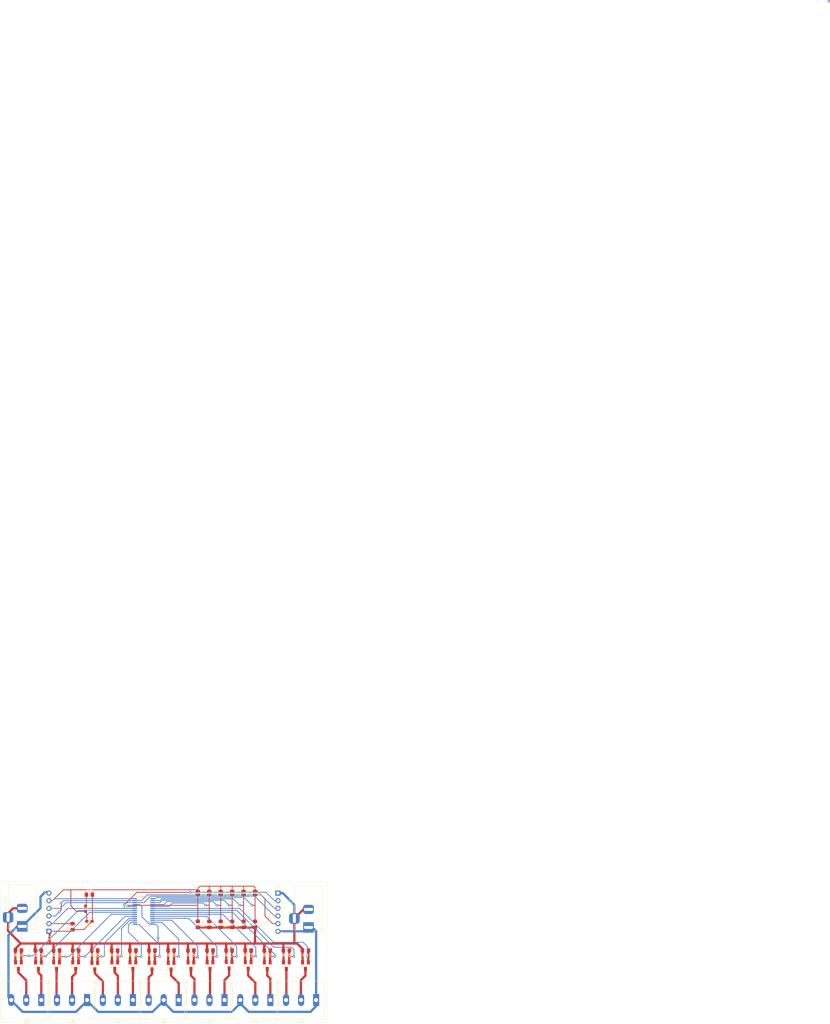
<source format=kicad_pcb>
(kicad_pcb (version 20171130) (host pcbnew 5.1.9)
  (layers (0 F.Cu signal) (31 B.Cu signal) (34 B.Paste user) (35 F.Paste user) (36 B.SilkS user) (37 F.SilkS user) (38 B.Mask user) (39 F.Mask user) (44 Edge.Cuts user))
  (net 0 "")
  (net 1 VCC)
  (net 2 GND)
  (net 3 "Net-(D1-Pad1)")
  (net 4 OE)
  (net 5 SDA)
  (net 6 SCL)
  (net 7 +12V)
  (net 8 LED1)
  (net 9 LED0)
  (net 10 LED3)
  (net 11 LED2)
  (net 12 LED6)
  (net 13 LED5)
  (net 14 LED4)
  (net 15 LED8)
  (net 16 LED7)
  (net 17 LED11)
  (net 18 LED10)
  (net 19 LED9)
  (net 20 LED13)
  (net 21 LED12)
  (net 22 LED15)
  (net 23 LED14)
  (net 24 "Net-(JP1-Pad2)")
  (net 25 "Net-(JP2-Pad2)")
  (net 26 "Net-(JP3-Pad2)")
  (net 27 "Net-(JP4-Pad2)")
  (net 28 "Net-(JP5-Pad2)")
  (net 29 "Net-(JP6-Pad2)")
  (net 30 G0)
  (net 31 G1)
  (net 32 G2)
  (net 33 G3)
  (net 34 G4)
  (net 35 G5)
  (net 36 G6)
  (net 37 G7)
  (net 38 G8)
  (net 39 G9)
  (net 40 G10)
  (net 41 G11)
  (net 42 G12)
  (net 43 G13)
  (net 44 G14)
  (net 45 G15)
  (module Connector_BarrelJack:BarrelJack_Horizontal (layer F.Cu) (at 143.51 46.99 270)
    (fp_text reference J11 (at -8.45 5.75 90) (layer F.SilkS))
    (fp_text value Conn_01x03)
    (pad 3 thru_hole roundrect (at -3 4.7 270) (size 3.5 3.5) (drill oval 3 1) (layers *.Cu *.Mask) (net 2 GND))
    (pad 2 thru_hole roundrect (at -6 0 270) (size 3 3.5) (drill oval 1 3) (layers *.Cu *.Mask) (net 2 GND))
    (pad 1 thru_hole rect (at 0 0 270) (size 3.5 3.5) (drill oval 1 3) (layers *.Cu *.Mask) (net 7 +12V))
  )
  (module TerminalBlock:TerminalBlock_Altech_AK300-3_P5.00mm (layer F.Cu) (at 146.05 71.12 180)
    (fp_text reference J3 (at 5 -7.1) (layer F.SilkS))
    (fp_text value Conn_01x03)
    (pad 3 thru_hole oval (at 10 0 180) (size 1.98 3.96) (drill 1.32) (layers *.Cu *.Mask) (net 8 LED1))
    (pad 2 thru_hole oval (at 5 0 180) (size 1.98 3.96) (drill 1.32) (layers *.Cu *.Mask) (net 9 LED0))
    (pad 1 thru_hole rect (at 0 0 180) (size 1.98 3.96) (drill 1.32) (layers *.Cu *.Mask) (net 7 +12V))
  )
  (module TerminalBlock:TerminalBlock_Altech_AK300-3_P5.00mm (layer F.Cu) (at 130.81 71.12 180)
    (fp_text reference J4 (at 5 -7.1) (layer F.SilkS))
    (fp_text value Conn_01x03)
    (pad 3 thru_hole oval (at 10 0 180) (size 1.98 3.96) (drill 1.32) (layers *.Cu *.Mask) (net 7 +12V))
    (pad 2 thru_hole oval (at 5 0 180) (size 1.98 3.96) (drill 1.32) (layers *.Cu *.Mask) (net 10 LED3))
    (pad 1 thru_hole rect (at 0 0 180) (size 1.98 3.96) (drill 1.32) (layers *.Cu *.Mask) (net 11 LED2))
  )
  (module TerminalBlock:TerminalBlock_Altech_AK300-3_P5.00mm (layer F.Cu) (at 115.57 71.12 180)
    (fp_text reference J5 (at 5 -7.1) (layer F.SilkS))
    (fp_text value Conn_01x03)
    (pad 3 thru_hole oval (at 10 0 180) (size 1.98 3.96) (drill 1.32) (layers *.Cu *.Mask) (net 12 LED6))
    (pad 2 thru_hole oval (at 5 0 180) (size 1.98 3.96) (drill 1.32) (layers *.Cu *.Mask) (net 13 LED5))
    (pad 1 thru_hole rect (at 0 0 180) (size 1.98 3.96) (drill 1.32) (layers *.Cu *.Mask) (net 14 LED4))
  )
  (module TerminalBlock:TerminalBlock_Altech_AK300-3_P5.00mm (layer F.Cu) (at 100.33 71.12 180)
    (fp_text reference J6 (at 5 -7.1) (layer F.SilkS))
    (fp_text value Conn_01x03)
    (pad 3 thru_hole oval (at 10 0 180) (size 1.98 3.96) (drill 1.32) (layers *.Cu *.Mask) (net 15 LED8))
    (pad 2 thru_hole oval (at 5 0 180) (size 1.98 3.96) (drill 1.32) (layers *.Cu *.Mask) (net 7 +12V))
    (pad 1 thru_hole rect (at 0 0 180) (size 1.98 3.96) (drill 1.32) (layers *.Cu *.Mask) (net 16 LED7))
  )
  (module Connector_BarrelJack:BarrelJack_Horizontal (layer F.Cu) (at 48.26 46.64 270)
    (fp_text reference J10 (at -8.45 5.75 90) (layer F.SilkS))
    (fp_text value Conn_01x03)
    (pad 3 thru_hole roundrect (at -3 4.7 270) (size 3.5 3.5) (drill oval 3 1) (layers *.Cu *.Mask) (net 2 GND))
    (pad 2 thru_hole roundrect (at -6 0 270) (size 3 3.5) (drill oval 1 3) (layers *.Cu *.Mask) (net 2 GND))
    (pad 1 thru_hole rect (at 0 0 270) (size 3.5 3.5) (drill oval 1 3) (layers *.Cu *.Mask) (net 7 +12V))
  )
  (module Downloads:SOP65P640X110-28N (layer B.Cu) (at 88.646 41.656 180)
    (fp_text reference U1 (at 1.75286 6.75745) (layer B.SilkS) (effects (font (size 1.640252 1.640252) (thickness 0.015)) (justify mirror)))
    (fp_text value PCA9685PW)
    (pad 28 smd rect (at 2.921 4.2164 180) (size 1.4732 0.3556) (layers B.Cu B.Paste B.Mask) (net 1 VCC))
    (pad 27 smd rect (at 2.921 3.5814 180) (size 1.4732 0.3556) (layers B.Cu B.Paste B.Mask) (net 5 SDA))
    (pad 26 smd rect (at 2.921 2.921 180) (size 1.4732 0.3556) (layers B.Cu B.Paste B.Mask) (net 6 SCL))
    (pad 25 smd rect (at 2.921 2.286 180) (size 1.4732 0.3556) (layers B.Cu B.Paste B.Mask) (net 2 GND))
    (pad 24 smd rect (at 2.921 1.6256 180) (size 1.4732 0.3556) (layers B.Cu B.Paste B.Mask) (net 29 "Net-(JP6-Pad2)"))
    (pad 23 smd rect (at 2.921 0.9652 180) (size 1.4732 0.3556) (layers B.Cu B.Paste B.Mask) (net 4 OE))
    (pad 22 smd rect (at 2.921 0.3302 180) (size 1.4732 0.3556) (layers B.Cu B.Paste B.Mask) (net 45 G15))
    (pad 21 smd rect (at 2.921 -0.3302 180) (size 1.4732 0.3556) (layers B.Cu B.Paste B.Mask) (net 44 G14))
    (pad 20 smd rect (at 2.921 -0.9652 180) (size 1.4732 0.3556) (layers B.Cu B.Paste B.Mask) (net 43 G13))
    (pad 19 smd rect (at 2.921 -1.6256 180) (size 1.4732 0.3556) (layers B.Cu B.Paste B.Mask) (net 42 G12))
    (pad 18 smd rect (at 2.921 -2.286 180) (size 1.4732 0.3556) (layers B.Cu B.Paste B.Mask) (net 41 G11))
    (pad 17 smd rect (at 2.921 -2.921 180) (size 1.4732 0.3556) (layers B.Cu B.Paste B.Mask) (net 40 G10))
    (pad 16 smd rect (at 2.921 -3.5814 180) (size 1.4732 0.3556) (layers B.Cu B.Paste B.Mask) (net 39 G9))
    (pad 15 smd rect (at 2.921 -4.2164 180) (size 1.4732 0.3556) (layers B.Cu B.Paste B.Mask) (net 38 G8))
    (pad 14 smd rect (at -2.921 -4.2164 180) (size 1.4732 0.3556) (layers B.Cu B.Paste B.Mask) (net 2 GND))
    (pad 13 smd rect (at -2.921 -3.5814 180) (size 1.4732 0.3556) (layers B.Cu B.Paste B.Mask) (net 37 G7))
    (pad 12 smd rect (at -2.921 -2.921 180) (size 1.4732 0.3556) (layers B.Cu B.Paste B.Mask) (net 36 G6))
    (pad 11 smd rect (at -2.921 -2.286 180) (size 1.4732 0.3556) (layers B.Cu B.Paste B.Mask) (net 35 G5))
    (pad 10 smd rect (at -2.921 -1.6256 180) (size 1.4732 0.3556) (layers B.Cu B.Paste B.Mask) (net 34 G4))
    (pad 9 smd rect (at -2.921 -0.9652 180) (size 1.4732 0.3556) (layers B.Cu B.Paste B.Mask) (net 33 G3))
    (pad 8 smd rect (at -2.921 -0.3302 180) (size 1.4732 0.3556) (layers B.Cu B.Paste B.Mask) (net 32 G2))
    (pad 7 smd rect (at -2.921 0.3302 180) (size 1.4732 0.3556) (layers B.Cu B.Paste B.Mask) (net 31 G1))
    (pad 6 smd rect (at -2.921 0.9652 180) (size 1.4732 0.3556) (layers B.Cu B.Paste B.Mask) (net 30 G0))
    (pad 5 smd rect (at -2.921 1.6256 180) (size 1.4732 0.3556) (layers B.Cu B.Paste B.Mask) (net 28 "Net-(JP5-Pad2)"))
    (pad 4 smd rect (at -2.921 2.286 180) (size 1.4732 0.3556) (layers B.Cu B.Paste B.Mask) (net 27 "Net-(JP4-Pad2)"))
    (pad 3 smd rect (at -2.921 2.921 180) (size 1.4732 0.3556) (layers B.Cu B.Paste B.Mask) (net 26 "Net-(JP3-Pad2)"))
    (pad 2 smd rect (at -2.921 3.5814 180) (size 1.4732 0.3556) (layers B.Cu B.Paste B.Mask) (net 25 "Net-(JP2-Pad2)"))
    (pad 1 smd rect (at -2.921 4.2164 180) (size 1.4732 0.3556) (layers B.Cu B.Paste B.Mask) (net 24 "Net-(JP1-Pad2)"))
  )
  (module Resistor_SMD:R_0805_2012Metric_Pad1.20x1.40mm_HandSolder (layer F.Cu) (at 46.99 54.61 180)
    (fp_text reference R24 (at 0 -1.65) (layer F.SilkS))
    (fp_text value 100k)
    (pad 2 smd roundrect (at 1 0 180) (size 1.2 1.4) (layers F.Cu F.Paste F.Mask) (roundrect_rratio 0.2083325) (net 2 GND))
    (pad 1 smd roundrect (at -1 0 180) (size 1.2 1.4) (layers F.Cu F.Paste F.Mask) (roundrect_rratio 0.2083325) (net 45 G15))
  )
  (module Resistor_SMD:R_0805_2012Metric_Pad1.20x1.40mm_HandSolder (layer F.Cu) (at 53.61 54.61 180)
    (fp_text reference R23 (at 0 -1.65) (layer F.SilkS))
    (fp_text value 100k)
    (pad 2 smd roundrect (at 1 0 180) (size 1.2 1.4) (layers F.Cu F.Paste F.Mask) (roundrect_rratio 0.2083325) (net 2 GND))
    (pad 1 smd roundrect (at -1 0 180) (size 1.2 1.4) (layers F.Cu F.Paste F.Mask) (roundrect_rratio 0.2083325) (net 44 G14))
  )
  (module Resistor_SMD:R_0805_2012Metric_Pad1.20x1.40mm_HandSolder (layer F.Cu) (at 59.69 54.61 180)
    (fp_text reference R22 (at 0 -1.65) (layer F.SilkS))
    (fp_text value 100k)
    (pad 2 smd roundrect (at 1 0 180) (size 1.2 1.4) (layers F.Cu F.Paste F.Mask) (roundrect_rratio 0.2083325) (net 2 GND))
    (pad 1 smd roundrect (at -1 0 180) (size 1.2 1.4) (layers F.Cu F.Paste F.Mask) (roundrect_rratio 0.2083325) (net 43 G13))
  )
  (module Resistor_SMD:R_0805_2012Metric_Pad1.20x1.40mm_HandSolder (layer F.Cu) (at 66.04 54.61 180)
    (fp_text reference R21 (at 0 -1.65) (layer F.SilkS))
    (fp_text value 100k)
    (pad 2 smd roundrect (at 1 0 180) (size 1.2 1.4) (layers F.Cu F.Paste F.Mask) (roundrect_rratio 0.2083325) (net 2 GND))
    (pad 1 smd roundrect (at -1 0 180) (size 1.2 1.4) (layers F.Cu F.Paste F.Mask) (roundrect_rratio 0.2083325) (net 42 G12))
  )
  (module Resistor_SMD:R_0805_2012Metric_Pad1.20x1.40mm_HandSolder (layer F.Cu) (at 72.39 54.61 180)
    (fp_text reference R20 (at 0 -1.65) (layer F.SilkS))
    (fp_text value 100k)
    (pad 2 smd roundrect (at 1 0 180) (size 1.2 1.4) (layers F.Cu F.Paste F.Mask) (roundrect_rratio 0.2083325) (net 2 GND))
    (pad 1 smd roundrect (at -1 0 180) (size 1.2 1.4) (layers F.Cu F.Paste F.Mask) (roundrect_rratio 0.2083325) (net 41 G11))
  )
  (module Resistor_SMD:R_0805_2012Metric_Pad1.20x1.40mm_HandSolder (layer F.Cu) (at 79.01 54.61 180)
    (fp_text reference R19 (at 0 -1.65) (layer F.SilkS))
    (fp_text value 100k)
    (pad 2 smd roundrect (at 1 0 180) (size 1.2 1.4) (layers F.Cu F.Paste F.Mask) (roundrect_rratio 0.2083325) (net 2 GND))
    (pad 1 smd roundrect (at -1 0 180) (size 1.2 1.4) (layers F.Cu F.Paste F.Mask) (roundrect_rratio 0.2083325) (net 40 G10))
  )
  (module Resistor_SMD:R_0805_2012Metric_Pad1.20x1.40mm_HandSolder (layer F.Cu) (at 85.09 54.61 180)
    (fp_text reference R18 (at 0 -1.65) (layer F.SilkS))
    (fp_text value 100k)
    (pad 2 smd roundrect (at 1 0 180) (size 1.2 1.4) (layers F.Cu F.Paste F.Mask) (roundrect_rratio 0.2083325) (net 2 GND))
    (pad 1 smd roundrect (at -1 0 180) (size 1.2 1.4) (layers F.Cu F.Paste F.Mask) (roundrect_rratio 0.2083325) (net 39 G9))
  )
  (module Resistor_SMD:R_0805_2012Metric_Pad1.20x1.40mm_HandSolder (layer F.Cu) (at 91.44 54.61 180)
    (fp_text reference R17 (at 0 -1.65) (layer F.SilkS))
    (fp_text value 100k)
    (pad 2 smd roundrect (at 1 0 180) (size 1.2 1.4) (layers F.Cu F.Paste F.Mask) (roundrect_rratio 0.2083325) (net 2 GND))
    (pad 1 smd roundrect (at -1 0 180) (size 1.2 1.4) (layers F.Cu F.Paste F.Mask) (roundrect_rratio 0.2083325) (net 38 G8))
  )
  (module Resistor_SMD:R_0805_2012Metric_Pad1.20x1.40mm_HandSolder (layer F.Cu) (at 97.79 54.61 180)
    (fp_text reference R16 (at 0 -1.65) (layer F.SilkS))
    (fp_text value 100k)
    (pad 2 smd roundrect (at 1 0 180) (size 1.2 1.4) (layers F.Cu F.Paste F.Mask) (roundrect_rratio 0.2083325) (net 2 GND))
    (pad 1 smd roundrect (at -1 0 180) (size 1.2 1.4) (layers F.Cu F.Paste F.Mask) (roundrect_rratio 0.2083325) (net 37 G7))
  )
  (module Resistor_SMD:R_0805_2012Metric_Pad1.20x1.40mm_HandSolder (layer F.Cu) (at 104.394 54.61 180)
    (fp_text reference R15 (at 0 -1.65) (layer F.SilkS))
    (fp_text value 100k)
    (pad 2 smd roundrect (at 1 0 180) (size 1.2 1.4) (layers F.Cu F.Paste F.Mask) (roundrect_rratio 0.2083325) (net 2 GND))
    (pad 1 smd roundrect (at -1 0 180) (size 1.2 1.4) (layers F.Cu F.Paste F.Mask) (roundrect_rratio 0.2083325) (net 36 G6))
  )
  (module Resistor_SMD:R_0805_2012Metric_Pad1.20x1.40mm_HandSolder (layer F.Cu) (at 110.743 54.61 180)
    (fp_text reference R14 (at 0 -1.65) (layer F.SilkS))
    (fp_text value 100k)
    (pad 2 smd roundrect (at 1 0 180) (size 1.2 1.4) (layers F.Cu F.Paste F.Mask) (roundrect_rratio 0.2083325) (net 2 GND))
    (pad 1 smd roundrect (at -1 0 180) (size 1.2 1.4) (layers F.Cu F.Paste F.Mask) (roundrect_rratio 0.2083325) (net 35 G5))
  )
  (module Resistor_SMD:R_0805_2012Metric_Pad1.20x1.40mm_HandSolder (layer F.Cu) (at 123.444 54.61 180)
    (fp_text reference R13 (at 0 -1.65) (layer F.SilkS))
    (fp_text value 100k)
    (pad 2 smd roundrect (at 1 0 180) (size 1.2 1.4) (layers F.Cu F.Paste F.Mask) (roundrect_rratio 0.2083325) (net 2 GND))
    (pad 1 smd roundrect (at -1 0 180) (size 1.2 1.4) (layers F.Cu F.Paste F.Mask) (roundrect_rratio 0.2083325) (net 33 G3))
  )
  (module Resistor_SMD:R_0805_2012Metric_Pad1.20x1.40mm_HandSolder (layer F.Cu) (at 117.094 54.61 180)
    (fp_text reference R12 (at 0 -1.65) (layer F.SilkS))
    (fp_text value 100k)
    (pad 2 smd roundrect (at 1 0 180) (size 1.2 1.4) (layers F.Cu F.Paste F.Mask) (roundrect_rratio 0.2083325) (net 2 GND))
    (pad 1 smd roundrect (at -1 0 180) (size 1.2 1.4) (layers F.Cu F.Paste F.Mask) (roundrect_rratio 0.2083325) (net 34 G4))
  )
  (module Resistor_SMD:R_0805_2012Metric_Pad1.20x1.40mm_HandSolder (layer F.Cu) (at 129.794 54.61 180)
    (fp_text reference R11 (at 0 -1.65) (layer F.SilkS))
    (fp_text value 100k)
    (pad 2 smd roundrect (at 1 0 180) (size 1.2 1.4) (layers F.Cu F.Paste F.Mask) (roundrect_rratio 0.2083325) (net 2 GND))
    (pad 1 smd roundrect (at -1 0 180) (size 1.2 1.4) (layers F.Cu F.Paste F.Mask) (roundrect_rratio 0.2083325) (net 32 G2))
  )
  (module Resistor_SMD:R_0805_2012Metric_Pad1.20x1.40mm_HandSolder (layer F.Cu) (at 136.144 54.61 180)
    (fp_text reference R10 (at 0 -1.65) (layer F.SilkS))
    (fp_text value 100k)
    (pad 2 smd roundrect (at 1 0 180) (size 1.2 1.4) (layers F.Cu F.Paste F.Mask) (roundrect_rratio 0.2083325) (net 2 GND))
    (pad 1 smd roundrect (at -1 0 180) (size 1.2 1.4) (layers F.Cu F.Paste F.Mask) (roundrect_rratio 0.2083325) (net 31 G1))
  )
  (module Resistor_SMD:R_0805_2012Metric_Pad1.20x1.40mm_HandSolder (layer F.Cu) (at 70.612 36.068)
    (fp_text reference R9 (at 0 -1.65) (layer F.SilkS))
    (fp_text value 470)
    (pad 2 smd roundrect (at 1 0) (size 1.2 1.4) (layers F.Cu F.Paste F.Mask) (roundrect_rratio 0.2083325) (net 2 GND))
    (pad 1 smd roundrect (at -1 0) (size 1.2 1.4) (layers F.Cu F.Paste F.Mask) (roundrect_rratio 0.2083325) (net 3 "Net-(D1-Pad1)"))
  )
  (module Resistor_SMD:R_0805_2012Metric_Pad1.20x1.40mm_HandSolder (layer F.Cu) (at 142.494 54.61 180)
    (fp_text reference R8 (at 0 -1.65) (layer F.SilkS))
    (fp_text value 100k)
    (pad 2 smd roundrect (at 1 0 180) (size 1.2 1.4) (layers F.Cu F.Paste F.Mask) (roundrect_rratio 0.2083325) (net 2 GND))
    (pad 1 smd roundrect (at -1 0 180) (size 1.2 1.4) (layers F.Cu F.Paste F.Mask) (roundrect_rratio 0.2083325) (net 30 G0))
  )
  (module Resistor_SMD:R_0805_2012Metric_Pad1.20x1.40mm_HandSolder (layer F.Cu) (at 65.024 46.72 90)
    (fp_text reference R7 (at 0 -1.65 90) (layer F.SilkS))
    (fp_text value 10k)
    (pad 2 smd roundrect (at 1 0 90) (size 1.2 1.4) (layers F.Cu F.Paste F.Mask) (roundrect_rratio 0.2083325) (net 4 OE))
    (pad 1 smd roundrect (at -1 0 90) (size 1.2 1.4) (layers F.Cu F.Paste F.Mask) (roundrect_rratio 0.2083325) (net 2 GND))
  )
  (module Resistor_SMD:R_0805_2012Metric_Pad1.20x1.40mm_HandSolder (layer F.Cu) (at 106.68 45.958 270)
    (fp_text reference R6 (at 0 -1.65 90) (layer F.SilkS))
    (fp_text value 100k)
    (pad 2 smd roundrect (at 1 0 270) (size 1.2 1.4) (layers F.Cu F.Paste F.Mask) (roundrect_rratio 0.2083325) (net 2 GND))
    (pad 1 smd roundrect (at -1 0 270) (size 1.2 1.4) (layers F.Cu F.Paste F.Mask) (roundrect_rratio 0.2083325) (net 29 "Net-(JP6-Pad2)"))
  )
  (module Resistor_SMD:R_0805_2012Metric_Pad1.20x1.40mm_HandSolder (layer F.Cu) (at 110.49 45.974 270)
    (fp_text reference R5 (at 0 -1.65 90) (layer F.SilkS))
    (fp_text value 100k)
    (pad 2 smd roundrect (at 1 0 270) (size 1.2 1.4) (layers F.Cu F.Paste F.Mask) (roundrect_rratio 0.2083325) (net 2 GND))
    (pad 1 smd roundrect (at -1 0 270) (size 1.2 1.4) (layers F.Cu F.Paste F.Mask) (roundrect_rratio 0.2083325) (net 28 "Net-(JP5-Pad2)"))
  )
  (module Resistor_SMD:R_0805_2012Metric_Pad1.20x1.40mm_HandSolder (layer F.Cu) (at 114.3 45.974 270)
    (fp_text reference R4 (at 0 -1.65 90) (layer F.SilkS))
    (fp_text value 100k)
    (pad 2 smd roundrect (at 1 0 270) (size 1.2 1.4) (layers F.Cu F.Paste F.Mask) (roundrect_rratio 0.2083325) (net 2 GND))
    (pad 1 smd roundrect (at -1 0 270) (size 1.2 1.4) (layers F.Cu F.Paste F.Mask) (roundrect_rratio 0.2083325) (net 27 "Net-(JP4-Pad2)"))
  )
  (module Resistor_SMD:R_0805_2012Metric_Pad1.20x1.40mm_HandSolder (layer F.Cu) (at 118.11 45.974 270)
    (fp_text reference R3 (at 0 -1.65 90) (layer F.SilkS))
    (fp_text value 100k)
    (pad 2 smd roundrect (at 1 0 270) (size 1.2 1.4) (layers F.Cu F.Paste F.Mask) (roundrect_rratio 0.2083325) (net 2 GND))
    (pad 1 smd roundrect (at -1 0 270) (size 1.2 1.4) (layers F.Cu F.Paste F.Mask) (roundrect_rratio 0.2083325) (net 26 "Net-(JP3-Pad2)"))
  )
  (module Resistor_SMD:R_0805_2012Metric_Pad1.20x1.40mm_HandSolder (layer F.Cu) (at 121.92 45.974 270)
    (fp_text reference R2 (at 0 -1.65 90) (layer F.SilkS))
    (fp_text value 100k)
    (pad 2 smd roundrect (at 1 0 270) (size 1.2 1.4) (layers F.Cu F.Paste F.Mask) (roundrect_rratio 0.2083325) (net 2 GND))
    (pad 1 smd roundrect (at -1 0 270) (size 1.2 1.4) (layers F.Cu F.Paste F.Mask) (roundrect_rratio 0.2083325) (net 25 "Net-(JP2-Pad2)"))
  )
  (module Resistor_SMD:R_0805_2012Metric_Pad1.20x1.40mm_HandSolder (layer F.Cu) (at 125.73 45.974 270)
    (fp_text reference R1 (at 0 -1.65 90) (layer F.SilkS))
    (fp_text value 100k)
    (pad 2 smd roundrect (at 1 0 270) (size 1.2 1.4) (layers F.Cu F.Paste F.Mask) (roundrect_rratio 0.2083325) (net 2 GND))
    (pad 1 smd roundrect (at -1 0 270) (size 1.2 1.4) (layers F.Cu F.Paste F.Mask) (roundrect_rratio 0.2083325) (net 24 "Net-(JP1-Pad2)"))
  )
  (module Downloads:SOT23 (layer F.Cu) (at 46.99 59.69 180)
    (fp_text reference Q16 (at 1.27 -1.779415) (layer F.SilkS) (effects (font (size 0.800638 0.800638) (thickness 0.015))))
    (fp_text value SI2302)
    (pad 1 smd rect (at -0.95 1.1 180) (size 1 1.4) (layers F.Cu F.Paste F.Mask) (net 45 G15))
    (pad 2 smd rect (at 0.95 1.1 180) (size 1 1.4) (layers F.Cu F.Paste F.Mask) (net 2 GND))
    (pad 3 smd rect (at 0 -1.1 180) (size 1 1.4) (layers F.Cu F.Paste F.Mask) (net 22 LED15))
  )
  (module Downloads:SOT23 (layer F.Cu) (at 53.66 59.69 180)
    (fp_text reference Q15 (at 1.59 -1.779415) (layer F.SilkS) (effects (font (size 0.800638 0.800638) (thickness 0.015))))
    (fp_text value SI2302)
    (pad 1 smd rect (at -0.95 1.1 180) (size 1 1.4) (layers F.Cu F.Paste F.Mask) (net 44 G14))
    (pad 2 smd rect (at 0.95 1.1 180) (size 1 1.4) (layers F.Cu F.Paste F.Mask) (net 2 GND))
    (pad 3 smd rect (at 0 -1.1 180) (size 1 1.4) (layers F.Cu F.Paste F.Mask) (net 23 LED14))
  )
  (module Downloads:SOT23 (layer F.Cu) (at 59.69 59.69 180)
    (fp_text reference Q14 (at 1.27 -1.779415) (layer F.SilkS) (effects (font (size 0.800638 0.800638) (thickness 0.015))))
    (fp_text value SI2302)
    (pad 1 smd rect (at -0.95 1.1 180) (size 1 1.4) (layers F.Cu F.Paste F.Mask) (net 43 G13))
    (pad 2 smd rect (at 0.95 1.1 180) (size 1 1.4) (layers F.Cu F.Paste F.Mask) (net 2 GND))
    (pad 3 smd rect (at 0 -1.1 180) (size 1 1.4) (layers F.Cu F.Paste F.Mask) (net 20 LED13))
  )
  (module Downloads:SOT23 (layer F.Cu) (at 66.04 59.69 180)
    (fp_text reference Q13 (at 1.27 -1.779415) (layer F.SilkS) (effects (font (size 0.800638 0.800638) (thickness 0.015))))
    (fp_text value SI2302)
    (pad 1 smd rect (at -0.95 1.1 180) (size 1 1.4) (layers F.Cu F.Paste F.Mask) (net 42 G12))
    (pad 2 smd rect (at 0.95 1.1 180) (size 1 1.4) (layers F.Cu F.Paste F.Mask) (net 2 GND))
    (pad 3 smd rect (at 0 -1.1 180) (size 1 1.4) (layers F.Cu F.Paste F.Mask) (net 21 LED12))
  )
  (module Downloads:SOT23 (layer F.Cu) (at 72.39 59.86 180)
    (fp_text reference Q12 (at 1.27 -1.779415) (layer F.SilkS) (effects (font (size 0.800638 0.800638) (thickness 0.015))))
    (fp_text value SI2302)
    (pad 1 smd rect (at -0.95 1.1 180) (size 1 1.4) (layers F.Cu F.Paste F.Mask) (net 41 G11))
    (pad 2 smd rect (at 0.95 1.1 180) (size 1 1.4) (layers F.Cu F.Paste F.Mask) (net 2 GND))
    (pad 3 smd rect (at 0 -1.1 180) (size 1 1.4) (layers F.Cu F.Paste F.Mask) (net 17 LED11))
  )
  (module Downloads:SOT23 (layer F.Cu) (at 79.06 59.69 180)
    (fp_text reference Q11 (at 1.59 -1.779415) (layer F.SilkS) (effects (font (size 0.800638 0.800638) (thickness 0.015))))
    (fp_text value SI2302)
    (pad 1 smd rect (at -0.95 1.1 180) (size 1 1.4) (layers F.Cu F.Paste F.Mask) (net 40 G10))
    (pad 2 smd rect (at 0.95 1.1 180) (size 1 1.4) (layers F.Cu F.Paste F.Mask) (net 2 GND))
    (pad 3 smd rect (at 0 -1.1 180) (size 1 1.4) (layers F.Cu F.Paste F.Mask) (net 18 LED10))
  )
  (module Downloads:SOT23 (layer F.Cu) (at 85.09 59.69 180)
    (fp_text reference Q10 (at 1.27 -1.779415) (layer F.SilkS) (effects (font (size 0.800638 0.800638) (thickness 0.015))))
    (fp_text value SI2302)
    (pad 1 smd rect (at -0.95 1.1 180) (size 1 1.4) (layers F.Cu F.Paste F.Mask) (net 39 G9))
    (pad 2 smd rect (at 0.95 1.1 180) (size 1 1.4) (layers F.Cu F.Paste F.Mask) (net 2 GND))
    (pad 3 smd rect (at 0 -1.1 180) (size 1 1.4) (layers F.Cu F.Paste F.Mask) (net 19 LED9))
  )
  (module Downloads:SOT23 (layer F.Cu) (at 91.44 59.86 180)
    (fp_text reference Q9 (at 1.27 -1.779415) (layer F.SilkS) (effects (font (size 0.800638 0.800638) (thickness 0.015))))
    (fp_text value SI2302)
    (pad 1 smd rect (at -0.95 1.1 180) (size 1 1.4) (layers F.Cu F.Paste F.Mask) (net 38 G8))
    (pad 2 smd rect (at 0.95 1.1 180) (size 1 1.4) (layers F.Cu F.Paste F.Mask) (net 2 GND))
    (pad 3 smd rect (at 0 -1.1 180) (size 1 1.4) (layers F.Cu F.Paste F.Mask) (net 15 LED8))
  )
  (module Downloads:SOT23 (layer F.Cu) (at 97.79 59.86 180)
    (fp_text reference Q8 (at 3.813035 -1.779415) (layer F.SilkS) (effects (font (size 0.800638 0.800638) (thickness 0.015))))
    (fp_text value SI2302)
    (pad 1 smd rect (at -0.95 1.1 180) (size 1 1.4) (layers F.Cu F.Paste F.Mask) (net 37 G7))
    (pad 2 smd rect (at 0.95 1.1 180) (size 1 1.4) (layers F.Cu F.Paste F.Mask) (net 2 GND))
    (pad 3 smd rect (at 0 -1.1 180) (size 1 1.4) (layers F.Cu F.Paste F.Mask) (net 16 LED7))
  )
  (module Downloads:SOT23 (layer F.Cu) (at 104.394 59.69 180)
    (fp_text reference Q7 (at 3.813035 -1.779415) (layer F.SilkS) (effects (font (size 0.800638 0.800638) (thickness 0.015))))
    (fp_text value SI2302)
    (pad 1 smd rect (at -0.95 1.1 180) (size 1 1.4) (layers F.Cu F.Paste F.Mask) (net 36 G6))
    (pad 2 smd rect (at 0.95 1.1 180) (size 1 1.4) (layers F.Cu F.Paste F.Mask) (net 2 GND))
    (pad 3 smd rect (at 0 -1.1 180) (size 1 1.4) (layers F.Cu F.Paste F.Mask) (net 12 LED6))
  )
  (module Downloads:SOT23 (layer F.Cu) (at 110.744 59.69 180)
    (fp_text reference Q6 (at 3.813035 -1.779415) (layer F.SilkS) (effects (font (size 0.800638 0.800638) (thickness 0.015))))
    (fp_text value SI2302)
    (pad 1 smd rect (at -0.95 1.1 180) (size 1 1.4) (layers F.Cu F.Paste F.Mask) (net 35 G5))
    (pad 2 smd rect (at 0.95 1.1 180) (size 1 1.4) (layers F.Cu F.Paste F.Mask) (net 2 GND))
    (pad 3 smd rect (at 0 -1.1 180) (size 1 1.4) (layers F.Cu F.Paste F.Mask) (net 13 LED5))
  )
  (module Downloads:SOT23 (layer F.Cu) (at 117.094 59.52 180)
    (fp_text reference Q5 (at 3.813035 -1.779415) (layer F.SilkS) (effects (font (size 0.800638 0.800638) (thickness 0.015))))
    (fp_text value SI2302)
    (pad 1 smd rect (at -0.95 1.1 180) (size 1 1.4) (layers F.Cu F.Paste F.Mask) (net 34 G4))
    (pad 2 smd rect (at 0.95 1.1 180) (size 1 1.4) (layers F.Cu F.Paste F.Mask) (net 2 GND))
    (pad 3 smd rect (at 0 -1.1 180) (size 1 1.4) (layers F.Cu F.Paste F.Mask) (net 14 LED4))
  )
  (module Downloads:SOT23 (layer F.Cu) (at 123.444 59.606 180)
    (fp_text reference Q4 (at 3.813035 -1.779415) (layer F.SilkS) (effects (font (size 0.800638 0.800638) (thickness 0.015))))
    (fp_text value SI2302)
    (pad 1 smd rect (at -0.95 1.1 180) (size 1 1.4) (layers F.Cu F.Paste F.Mask) (net 33 G3))
    (pad 2 smd rect (at 0.95 1.1 180) (size 1 1.4) (layers F.Cu F.Paste F.Mask) (net 2 GND))
    (pad 3 smd rect (at 0 -1.1 180) (size 1 1.4) (layers F.Cu F.Paste F.Mask) (net 10 LED3))
  )
  (module Downloads:SOT23 (layer F.Cu) (at 129.794 59.69 180)
    (fp_text reference Q3 (at 3.813035 -1.779415) (layer F.SilkS) (effects (font (size 0.800638 0.800638) (thickness 0.015))))
    (fp_text value SI2302)
    (pad 1 smd rect (at -0.95 1.1 180) (size 1 1.4) (layers F.Cu F.Paste F.Mask) (net 32 G2))
    (pad 2 smd rect (at 0.95 1.1 180) (size 1 1.4) (layers F.Cu F.Paste F.Mask) (net 2 GND))
    (pad 3 smd rect (at 0 -1.1 180) (size 1 1.4) (layers F.Cu F.Paste F.Mask) (net 11 LED2))
  )
  (module Downloads:SOT23 (layer F.Cu) (at 136.144 59.69 180)
    (fp_text reference Q2 (at 3.813035 -1.779415) (layer F.SilkS) (effects (font (size 0.800638 0.800638) (thickness 0.015))))
    (fp_text value SI2302)
    (pad 1 smd rect (at -0.95 1.1 180) (size 1 1.4) (layers F.Cu F.Paste F.Mask) (net 31 G1))
    (pad 2 smd rect (at 0.95 1.1 180) (size 1 1.4) (layers F.Cu F.Paste F.Mask) (net 2 GND))
    (pad 3 smd rect (at 0 -1.1 180) (size 1 1.4) (layers F.Cu F.Paste F.Mask) (net 8 LED1))
  )
  (module Downloads:SOT23 (layer F.Cu) (at 142.494 59.69 180)
    (fp_text reference Q1 (at 3.813035 -1.779415) (layer F.SilkS) (effects (font (size 0.800638 0.800638) (thickness 0.015))))
    (fp_text value SI2302)
    (pad 1 smd rect (at -0.95 1.1 180) (size 1 1.4) (layers F.Cu F.Paste F.Mask) (net 30 G0))
    (pad 2 smd rect (at 0.95 1.1 180) (size 1 1.4) (layers F.Cu F.Paste F.Mask) (net 2 GND))
    (pad 3 smd rect (at 0 -1.1 180) (size 1 1.4) (layers F.Cu F.Paste F.Mask) (net 9 LED0))
  )
  (module Jumper:SolderJumper-2_P1.3mm_Open_RoundedPad1.0x1.5mm (layer F.Cu) (at 106.68 35.56 270)
    (fp_text reference JP6 (at 0 -1.8 90) (layer F.SilkS))
    (fp_text value SolderJumper_2_Open)
    (pad 2 smd custom (at 0.65 0 270) (size 1 0.5) (layers F.Cu F.Mask) (net 29 "Net-(JP6-Pad2)") (options (clearance outline) (anchor rect)) (primitives (gr_circle (center 0 0.25) (end 0.5 0.25) (width 0)) (gr_circle (center 0 -0.25) (end 0.5 -0.25) (width 0)) (gr_poly (pts (xy 0 -0.75) (xy -0.5 -0.75) (xy -0.5 0.75) (xy 0 0.75)) (width 0))))
    (pad 1 smd custom (at -0.65 0 270) (size 1 0.5) (layers F.Cu F.Mask) (net 1 VCC) (options (clearance outline) (anchor rect)) (primitives (gr_circle (center 0 0.25) (end 0.5 0.25) (width 0)) (gr_circle (center 0 -0.25) (end 0.5 -0.25) (width 0)) (gr_poly (pts (xy 0 -0.75) (xy 0.5 -0.75) (xy 0.5 0.75) (xy 0 0.75)) (width 0))))
  )
  (module Jumper:SolderJumper-2_P1.3mm_Open_RoundedPad1.0x1.5mm (layer F.Cu) (at 110.49 35.56 270)
    (fp_text reference JP5 (at 0 -1.8 90) (layer F.SilkS))
    (fp_text value SolderJumper_2_Open)
    (pad 2 smd custom (at 0.65 0 270) (size 1 0.5) (layers F.Cu F.Mask) (net 28 "Net-(JP5-Pad2)") (options (clearance outline) (anchor rect)) (primitives (gr_circle (center 0 0.25) (end 0.5 0.25) (width 0)) (gr_circle (center 0 -0.25) (end 0.5 -0.25) (width 0)) (gr_poly (pts (xy 0 -0.75) (xy -0.5 -0.75) (xy -0.5 0.75) (xy 0 0.75)) (width 0))))
    (pad 1 smd custom (at -0.65 0 270) (size 1 0.5) (layers F.Cu F.Mask) (net 1 VCC) (options (clearance outline) (anchor rect)) (primitives (gr_circle (center 0 0.25) (end 0.5 0.25) (width 0)) (gr_circle (center 0 -0.25) (end 0.5 -0.25) (width 0)) (gr_poly (pts (xy 0 -0.75) (xy 0.5 -0.75) (xy 0.5 0.75) (xy 0 0.75)) (width 0))))
  )
  (module Jumper:SolderJumper-2_P1.3mm_Open_RoundedPad1.0x1.5mm (layer F.Cu) (at 114.3 35.56 270)
    (fp_text reference JP4 (at 0 -1.8 90) (layer F.SilkS))
    (fp_text value SolderJumper_2_Open)
    (pad 2 smd custom (at 0.65 0 270) (size 1 0.5) (layers F.Cu F.Mask) (net 27 "Net-(JP4-Pad2)") (options (clearance outline) (anchor rect)) (primitives (gr_circle (center 0 0.25) (end 0.5 0.25) (width 0)) (gr_circle (center 0 -0.25) (end 0.5 -0.25) (width 0)) (gr_poly (pts (xy 0 -0.75) (xy -0.5 -0.75) (xy -0.5 0.75) (xy 0 0.75)) (width 0))))
    (pad 1 smd custom (at -0.65 0 270) (size 1 0.5) (layers F.Cu F.Mask) (net 1 VCC) (options (clearance outline) (anchor rect)) (primitives (gr_circle (center 0 0.25) (end 0.5 0.25) (width 0)) (gr_circle (center 0 -0.25) (end 0.5 -0.25) (width 0)) (gr_poly (pts (xy 0 -0.75) (xy 0.5 -0.75) (xy 0.5 0.75) (xy 0 0.75)) (width 0))))
  )
  (module Jumper:SolderJumper-2_P1.3mm_Open_RoundedPad1.0x1.5mm (layer F.Cu) (at 118.11 35.56 270)
    (fp_text reference JP3 (at 0 -1.8 90) (layer F.SilkS))
    (fp_text value SolderJumper_2_Open)
    (pad 2 smd custom (at 0.65 0 270) (size 1 0.5) (layers F.Cu F.Mask) (net 26 "Net-(JP3-Pad2)") (options (clearance outline) (anchor rect)) (primitives (gr_circle (center 0 0.25) (end 0.5 0.25) (width 0)) (gr_circle (center 0 -0.25) (end 0.5 -0.25) (width 0)) (gr_poly (pts (xy 0 -0.75) (xy -0.5 -0.75) (xy -0.5 0.75) (xy 0 0.75)) (width 0))))
    (pad 1 smd custom (at -0.65 0 270) (size 1 0.5) (layers F.Cu F.Mask) (net 1 VCC) (options (clearance outline) (anchor rect)) (primitives (gr_circle (center 0 0.25) (end 0.5 0.25) (width 0)) (gr_circle (center 0 -0.25) (end 0.5 -0.25) (width 0)) (gr_poly (pts (xy 0 -0.75) (xy 0.5 -0.75) (xy 0.5 0.75) (xy 0 0.75)) (width 0))))
  )
  (module Jumper:SolderJumper-2_P1.3mm_Open_RoundedPad1.0x1.5mm (layer F.Cu) (at 121.92 35.56 270)
    (fp_text reference JP2 (at 0 -1.8 90) (layer F.SilkS))
    (fp_text value SolderJumper_2_Open)
    (pad 2 smd custom (at 0.65 0 270) (size 1 0.5) (layers F.Cu F.Mask) (net 25 "Net-(JP2-Pad2)") (options (clearance outline) (anchor rect)) (primitives (gr_circle (center 0 0.25) (end 0.5 0.25) (width 0)) (gr_circle (center 0 -0.25) (end 0.5 -0.25) (width 0)) (gr_poly (pts (xy 0 -0.75) (xy -0.5 -0.75) (xy -0.5 0.75) (xy 0 0.75)) (width 0))))
    (pad 1 smd custom (at -0.65 0 270) (size 1 0.5) (layers F.Cu F.Mask) (net 1 VCC) (options (clearance outline) (anchor rect)) (primitives (gr_circle (center 0 0.25) (end 0.5 0.25) (width 0)) (gr_circle (center 0 -0.25) (end 0.5 -0.25) (width 0)) (gr_poly (pts (xy 0 -0.75) (xy 0.5 -0.75) (xy 0.5 0.75) (xy 0 0.75)) (width 0))))
  )
  (module Jumper:SolderJumper-2_P1.3mm_Open_RoundedPad1.0x1.5mm (layer F.Cu) (at 125.73 35.56 270)
    (fp_text reference JP1 (at 0 -1.8 90) (layer F.SilkS))
    (fp_text value SolderJumper_2_Open)
    (pad 2 smd custom (at 0.65 0 270) (size 1 0.5) (layers F.Cu F.Mask) (net 24 "Net-(JP1-Pad2)") (options (clearance outline) (anchor rect)) (primitives (gr_circle (center 0 0.25) (end 0.5 0.25) (width 0)) (gr_circle (center 0 -0.25) (end 0.5 -0.25) (width 0)) (gr_poly (pts (xy 0 -0.75) (xy -0.5 -0.75) (xy -0.5 0.75) (xy 0 0.75)) (width 0))))
    (pad 1 smd custom (at -0.65 0 270) (size 1 0.5) (layers F.Cu F.Mask) (net 1 VCC) (options (clearance outline) (anchor rect)) (primitives (gr_circle (center 0 0.25) (end 0.5 0.25) (width 0)) (gr_circle (center 0 -0.25) (end 0.5 -0.25) (width 0)) (gr_poly (pts (xy 0 -0.75) (xy 0.5 -0.75) (xy 0.5 0.75) (xy 0 0.75)) (width 0))))
  )
  (module TerminalBlock:TerminalBlock_Altech_AK300-3_P5.00mm (layer F.Cu) (at 54.61 71.12 180)
    (fp_text reference J9 (at 5 -7.1) (layer F.SilkS))
    (fp_text value Conn_01x03)
    (pad 3 thru_hole oval (at 10 0 180) (size 1.98 3.96) (drill 1.32) (layers *.Cu *.Mask) (net 7 +12V))
    (pad 2 thru_hole oval (at 5 0 180) (size 1.98 3.96) (drill 1.32) (layers *.Cu *.Mask) (net 22 LED15))
    (pad 1 thru_hole rect (at 0 0 180) (size 1.98 3.96) (drill 1.32) (layers *.Cu *.Mask) (net 23 LED14))
  )
  (module TerminalBlock:TerminalBlock_Altech_AK300-3_P5.00mm (layer F.Cu) (at 69.85 71.12 180)
    (fp_text reference J8 (at 5 -7.1) (layer F.SilkS))
    (fp_text value Conn_01x03)
    (pad 3 thru_hole oval (at 10 0 180) (size 1.98 3.96) (drill 1.32) (layers *.Cu *.Mask) (net 20 LED13))
    (pad 2 thru_hole oval (at 5 0 180) (size 1.98 3.96) (drill 1.32) (layers *.Cu *.Mask) (net 21 LED12))
    (pad 1 thru_hole rect (at 0 0 180) (size 1.98 3.96) (drill 1.32) (layers *.Cu *.Mask) (net 7 +12V))
  )
  (module TerminalBlock:TerminalBlock_Altech_AK300-3_P5.00mm (layer F.Cu) (at 85.09 71.12 180)
    (fp_text reference J7 (at 5 -7.1) (layer F.SilkS))
    (fp_text value Conn_01x03)
    (pad 3 thru_hole oval (at 10 0 180) (size 1.98 3.96) (drill 1.32) (layers *.Cu *.Mask) (net 17 LED11))
    (pad 2 thru_hole oval (at 5 0 180) (size 1.98 3.96) (drill 1.32) (layers *.Cu *.Mask) (net 18 LED10))
    (pad 1 thru_hole rect (at 0 0 180) (size 1.98 3.96) (drill 1.32) (layers *.Cu *.Mask) (net 19 LED9))
  )
  (module Connector_PinHeader_2.54mm:PinHeader_1x06_P2.54mm_Vertical (layer F.Cu) (at 57.15 48.26 180)
    (fp_text reference J2 (at 0 -2.33) (layer F.SilkS))
    (fp_text value Conn_01x06)
    (pad 6 thru_hole oval (at 0 12.7 180) (size 1.7 1.7) (drill 1) (layers *.Cu *.Mask) (net 7 +12V))
    (pad 5 thru_hole oval (at 0 10.16 180) (size 1.7 1.7) (drill 1) (layers *.Cu *.Mask) (net 1 VCC))
    (pad 4 thru_hole oval (at 0 7.62 180) (size 1.7 1.7) (drill 1) (layers *.Cu *.Mask) (net 6 SCL))
    (pad 3 thru_hole oval (at 0 5.08 180) (size 1.7 1.7) (drill 1) (layers *.Cu *.Mask) (net 5 SDA))
    (pad 2 thru_hole oval (at 0 2.54 180) (size 1.7 1.7) (drill 1) (layers *.Cu *.Mask) (net 4 OE))
    (pad 1 thru_hole rect (at 0 0 180) (size 1.7 1.7) (drill 1) (layers *.Cu *.Mask) (net 2 GND))
  )
  (module Connector_PinHeader_2.54mm:PinHeader_1x06_P2.54mm_Vertical (layer F.Cu) (at 133.35 35.56)
    (fp_text reference J1 (at 0 -2.33) (layer F.SilkS))
    (fp_text value Conn_01x06)
    (pad 6 thru_hole oval (at 0 12.7) (size 1.7 1.7) (drill 1) (layers *.Cu *.Mask) (net 7 +12V))
    (pad 5 thru_hole oval (at 0 10.16) (size 1.7 1.7) (drill 1) (layers *.Cu *.Mask) (net 1 VCC))
    (pad 4 thru_hole oval (at 0 7.62) (size 1.7 1.7) (drill 1) (layers *.Cu *.Mask) (net 6 SCL))
    (pad 3 thru_hole oval (at 0 5.08) (size 1.7 1.7) (drill 1) (layers *.Cu *.Mask) (net 5 SDA))
    (pad 2 thru_hole oval (at 0 2.54) (size 1.7 1.7) (drill 1) (layers *.Cu *.Mask) (net 4 OE))
    (pad 1 thru_hole rect (at 0 0) (size 1.7 1.7) (drill 1) (layers *.Cu *.Mask) (net 2 GND))
  )
  (module LED_SMD:LED_0603_1608Metric_Pad1.05x0.95mm_HandSolder (layer F.Cu) (at 69.342 40.753 270)
    (fp_text reference D1 (at 0 -1.43 90) (layer F.SilkS))
    (fp_text value LED)
    (pad 2 smd roundrect (at 0.875 0 270) (size 1.05 0.95) (layers F.Cu F.Paste F.Mask) (net 1 VCC))
    (pad 1 smd roundrect (at -0.875 0 270) (size 1.05 0.95) (layers F.Cu F.Paste F.Mask) (net 3 "Net-(D1-Pad1)"))
  )
  (module Capacitor_SMD:C_0603_1608Metric_Pad1.08x0.95mm_HandSolder (layer F.Cu) (at 70.612 44.958 180)
    (fp_text reference C1 (at 0 -1.43) (layer F.SilkS))
    (fp_text value 10uF)
    (pad 2 smd roundrect (at 0.8625 0 180) (size 1.075 0.95) (layers F.Cu F.Paste F.Mask) (net 1 VCC))
    (pad 1 smd roundrect (at -0.8625 0 180) (size 1.075 0.95) (layers F.Cu F.Paste F.Mask) (net 2 GND))
  )
  (gr_line (start 40.894 78.486) (end 40.894 31.75) (layer Edge.Cuts) (width 0.05))
  (gr_line (start 149.606 78.486) (end 40.894 78.486) (layer Edge.Cuts) (width 0.05))
  (gr_line (start 149.606 31.75) (end 149.606 78.486) (layer Edge.Cuts) (width 0.05))
  (gr_line (start 40.894 31.75) (end 149.606 31.75) (layer Edge.Cuts) (width 0.05))
  (via (at 316.6389 -260.9769) (size 0.8) (layers F.Cu B.Cu) (net 0))
  (segment (start 61.9523 34.473) (end 58.3253 38.1) (width 0.25) (layer F.Cu) (net 1))
  (segment (start 106.68 34.473) (end 106.68 34.91) (width 0.25) (layer F.Cu) (net 1))
  (segment (start 110.49 33.274) (end 107.442 33.274) (width 0.25) (layer F.Cu) (net 1))
  (segment (start 107.442 33.274) (end 106.68 34.036) (width 0.25) (layer F.Cu) (net 1))
  (segment (start 106.68 34.036) (end 106.68 34.473) (width 0.25) (layer F.Cu) (net 1))
  (segment (start 57.15 38.1) (end 58.3253 38.1) (width 0.25) (layer B.Cu) (net 1))
  (segment (start 85.725 37.4396) (end 58.9857 37.4396) (width 0.25) (layer B.Cu) (net 1))
  (segment (start 58.9857 37.4396) (end 58.3253 38.1) (width 0.25) (layer B.Cu) (net 1))
  (segment (start 57.15 38.1) (end 58.3253 38.1) (width 0.25) (layer F.Cu) (net 1))
  (segment (start 69.7495 44.958) (end 69.7495 42.0355) (width 0.25) (layer F.Cu) (net 1))
  (segment (start 69.7495 42.0355) (end 69.342 41.628) (width 0.25) (layer F.Cu) (net 1))
  (segment (start 110.49 34.91) (end 110.49 33.274) (width 0.25) (layer F.Cu) (net 1))
  (segment (start 114.3 33.274) (end 110.49 33.274) (width 0.25) (layer F.Cu) (net 1))
  (segment (start 114.3 34.91) (end 114.3 33.274) (width 0.25) (layer F.Cu) (net 1))
  (segment (start 118.11 33.274) (end 114.3 33.274) (width 0.25) (layer F.Cu) (net 1))
  (segment (start 118.11 34.91) (end 118.11 33.274) (width 0.25) (layer F.Cu) (net 1))
  (segment (start 121.92 33.274) (end 118.11 33.274) (width 0.25) (layer F.Cu) (net 1))
  (segment (start 121.92 34.91) (end 121.92 33.274) (width 0.25) (layer F.Cu) (net 1))
  (segment (start 125.73 34.91) (end 126.478 34.91) (width 0.25) (layer F.Cu) (net 1))
  (segment (start 126.478 34.91) (end 129.032 37.4644) (width 0.25) (layer F.Cu) (net 1))
  (segment (start 129.032 37.4644) (end 129.032 43.18) (width 0.25) (layer F.Cu) (net 1))
  (segment (start 129.032 43.18) (end 131.572 45.72) (width 0.25) (layer F.Cu) (net 1))
  (segment (start 131.572 45.72) (end 133.35 45.72) (width 0.25) (layer F.Cu) (net 1))
  (segment (start 125.73 34.91) (end 125.73 33.782) (width 0.25) (layer F.Cu) (net 1))
  (segment (start 125.73 33.782) (end 125.222 33.274) (width 0.25) (layer F.Cu) (net 1))
  (segment (start 125.222 33.274) (end 121.92 33.274) (width 0.25) (layer F.Cu) (net 1))
  (segment (start 66.266 41.628) (end 69.342 41.628) (width 0.25) (layer F.Cu) (net 1))
  (segment (start 64.445 39.807) (end 64.445 34.473) (width 0.25) (layer F.Cu) (net 1))
  (segment (start 66.266 41.628) (end 64.445 39.807) (width 0.25) (layer F.Cu) (net 1))
  (segment (start 64.445 34.473) (end 61.9523 34.473) (width 0.25) (layer F.Cu) (net 1))
  (segment (start 106.68 34.473) (end 64.445 34.473) (width 0.25) (layer F.Cu) (net 1))
  (segment (start 90.44 53.2746) (end 90.44 52.34) (width 0.75) (layer F.Cu) (net 2))
  (segment (start 90.44 52.34) (end 90.424 52.324) (width 0.75) (layer F.Cu) (net 2))
  (segment (start 90.44 54.61) (end 90.44 53.2746) (width 0.75) (layer F.Cu) (net 2))
  (segment (start 48.3547 40.64) (end 48.26 40.64) (width 0.25) (layer B.Cu) (net 2))
  (segment (start 71.612 36.068) (end 71.612 44.8205) (width 0.25) (layer F.Cu) (net 2))
  (segment (start 71.612 44.8205) (end 71.4745 44.958) (width 0.25) (layer F.Cu) (net 2))
  (segment (start 57.15 48.26) (end 64.484 48.26) (width 0.25) (layer F.Cu) (net 2))
  (segment (start 64.484 48.26) (end 65.024 47.72) (width 0.25) (layer F.Cu) (net 2))
  (segment (start 71.4745 44.958) (end 68.7125 47.72) (width 0.25) (layer F.Cu) (net 2))
  (segment (start 68.7125 47.72) (end 65.024 47.72) (width 0.25) (layer F.Cu) (net 2))
  (segment (start 109.794 56.7525) (end 109.743 56.7015) (width 0.25) (layer F.Cu) (net 2))
  (segment (start 109.743 56.7015) (end 109.743 54.61) (width 0.25) (layer F.Cu) (net 2))
  (segment (start 109.794 56.7525) (end 109.794 54.915) (width 0.75) (layer F.Cu) (net 2))
  (segment (start 109.794 58.59) (end 109.794 56.7525) (width 0.75) (layer F.Cu) (net 2))
  (segment (start 78.01 53.483) (end 77.74 53.753) (width 0.25) (layer F.Cu) (net 2))
  (segment (start 77.74 53.753) (end 77.74 54.61) (width 0.25) (layer F.Cu) (net 2))
  (segment (start 78.01 53.483) (end 78.01 52.356) (width 0.75) (layer F.Cu) (net 2))
  (segment (start 78.01 52.356) (end 77.978 52.324) (width 0.75) (layer F.Cu) (net 2))
  (segment (start 78.01 54.61) (end 78.01 53.483) (width 0.75) (layer F.Cu) (net 2))
  (segment (start 110.49 46.974) (end 106.696 46.974) (width 0.75) (layer F.Cu) (net 2))
  (segment (start 106.696 46.974) (end 106.68 46.958) (width 0.75) (layer F.Cu) (net 2))
  (segment (start 114.3 46.974) (end 110.49 46.974) (width 0.75) (layer F.Cu) (net 2))
  (segment (start 118.11 46.974) (end 114.3 46.974) (width 0.75) (layer F.Cu) (net 2))
  (segment (start 52.61 54.07) (end 52.61 54.61) (width 0.75) (layer F.Cu) (net 2))
  (segment (start 52.61 53.816) (end 52.61 54.07) (width 0.75) (layer F.Cu) (net 2))
  (segment (start 52.61 54.07) (end 52.61 53.816) (width 0.75) (layer F.Cu) (net 2))
  (segment (start 52.61 54.61) (end 52.61 54.07) (width 0.75) (layer F.Cu) (net 2))
  (segment (start 52.61 53.816) (end 52.61 52.356) (width 0.75) (layer F.Cu) (net 2))
  (segment (start 52.61 52.356) (end 52.578 52.324) (width 0.75) (layer F.Cu) (net 2))
  (segment (start 45.99 54.086) (end 45.99 54.61) (width 0.75) (layer F.Cu) (net 2))
  (segment (start 52.578 52.324) (end 47.7436 52.324) (width 0.75) (layer F.Cu) (net 2))
  (segment (start 47.7436 52.324) (end 45.99 54.0776) (width 0.75) (layer F.Cu) (net 2))
  (segment (start 45.99 54.0776) (end 45.99 54.086) (width 0.75) (layer F.Cu) (net 2))
  (segment (start 58.69 53.832) (end 58.69 52.562) (width 0.75) (layer F.Cu) (net 2))
  (segment (start 58.69 52.562) (end 58.928 52.324) (width 0.75) (layer F.Cu) (net 2))
  (segment (start 58.69 54.61) (end 58.69 53.832) (width 0.75) (layer F.Cu) (net 2))
  (segment (start 65.04 53.832) (end 65.04 52.34) (width 0.75) (layer F.Cu) (net 2))
  (segment (start 65.04 52.34) (end 65.024 52.324) (width 0.75) (layer F.Cu) (net 2))
  (segment (start 65.04 54.61) (end 65.04 53.832) (width 0.75) (layer F.Cu) (net 2))
  (segment (start 77.978 52.324) (end 71.374 52.324) (width 0.75) (layer F.Cu) (net 2))
  (segment (start 128.794 53.832) (end 128.794 52.34) (width 0.75) (layer F.Cu) (net 2))
  (segment (start 128.794 53.864) (end 128.794 53.832) (width 0.75) (layer F.Cu) (net 2))
  (segment (start 128.794 54.61) (end 128.794 53.864) (width 0.75) (layer F.Cu) (net 2))
  (segment (start 121.92 46.974) (end 118.11 46.974) (width 0.75) (layer F.Cu) (net 2))
  (segment (start 125.73 46.974) (end 121.92 46.974) (width 0.75) (layer F.Cu) (net 2))
  (segment (start 125.73 52.324) (end 122.428 52.324) (width 0.75) (layer F.Cu) (net 2))
  (segment (start 125.73 46.974) (end 125.73 52.324) (width 0.75) (layer F.Cu) (net 2))
  (segment (start 135.128 52.324) (end 138.684 52.324) (width 0.75) (layer F.Cu) (net 2))
  (segment (start 128.778 52.324) (end 135.128 52.324) (width 0.75) (layer F.Cu) (net 2))
  (segment (start 43.56 43.64) (end 43.56 42.292) (width 0.75) (layer F.Cu) (net 2))
  (segment (start 43.56 42.292) (end 45.212 40.64) (width 0.75) (layer F.Cu) (net 2))
  (segment (start 45.212 40.64) (end 48.26 40.64) (width 0.75) (layer F.Cu) (net 2))
  (segment (start 138.81 43.99) (end 138.81 52.198) (width 0.75) (layer F.Cu) (net 2))
  (segment (start 138.81 52.198) (end 138.684 52.324) (width 0.75) (layer F.Cu) (net 2))
  (segment (start 138.684 52.324) (end 139.732 52.324) (width 0.75) (layer F.Cu) (net 2))
  (segment (start 139.732 52.324) (end 141.494 54.086) (width 0.75) (layer F.Cu) (net 2))
  (segment (start 141.494 54.086) (end 141.494 54.61) (width 0.75) (layer F.Cu) (net 2))
  (segment (start 143.51 40.99) (end 141.81 40.99) (width 0.75) (layer F.Cu) (net 2))
  (segment (start 141.81 40.99) (end 138.81 43.99) (width 0.75) (layer F.Cu) (net 2))
  (segment (start 135.144 54.61) (end 135.144 52.34) (width 0.75) (layer F.Cu) (net 2))
  (segment (start 135.144 52.34) (end 135.128 52.324) (width 0.75) (layer F.Cu) (net 2))
  (segment (start 109.743 54.61) (end 109.743 52.593) (width 0.75) (layer F.Cu) (net 2))
  (segment (start 109.743 52.593) (end 109.474 52.324) (width 0.75) (layer F.Cu) (net 2))
  (segment (start 128.778 52.324) (end 125.73 52.324) (width 0.75) (layer F.Cu) (net 2))
  (segment (start 122.428 52.324) (end 116.078 52.324) (width 0.75) (layer F.Cu) (net 2))
  (segment (start 122.444 54.61) (end 122.444 52.34) (width 0.75) (layer F.Cu) (net 2))
  (segment (start 122.444 52.34) (end 122.428 52.324) (width 0.75) (layer F.Cu) (net 2))
  (segment (start 116.078 52.324) (end 109.474 52.324) (width 0.75) (layer F.Cu) (net 2))
  (segment (start 116.094 54.61) (end 116.094 52.34) (width 0.75) (layer F.Cu) (net 2))
  (segment (start 116.094 52.34) (end 116.078 52.324) (width 0.75) (layer F.Cu) (net 2))
  (segment (start 109.474 52.324) (end 103.378 52.324) (width 0.75) (layer F.Cu) (net 2))
  (segment (start 103.378 52.324) (end 96.774 52.324) (width 0.75) (layer F.Cu) (net 2))
  (segment (start 103.394 54.61) (end 103.394 52.34) (width 0.75) (layer F.Cu) (net 2))
  (segment (start 103.394 52.34) (end 103.378 52.324) (width 0.75) (layer F.Cu) (net 2))
  (segment (start 96.79 54.61) (end 96.79 52.34) (width 0.75) (layer F.Cu) (net 2))
  (segment (start 96.79 52.34) (end 96.774 52.324) (width 0.75) (layer F.Cu) (net 2))
  (segment (start 84.074 52.324) (end 77.978 52.324) (width 0.75) (layer F.Cu) (net 2))
  (segment (start 84.09 54.61) (end 84.09 52.34) (width 0.75) (layer F.Cu) (net 2))
  (segment (start 84.09 52.34) (end 84.074 52.324) (width 0.75) (layer F.Cu) (net 2))
  (segment (start 71.374 52.324) (end 65.024 52.324) (width 0.75) (layer F.Cu) (net 2))
  (segment (start 71.39 54.61) (end 71.39 52.34) (width 0.75) (layer F.Cu) (net 2))
  (segment (start 71.39 52.34) (end 71.374 52.324) (width 0.75) (layer F.Cu) (net 2))
  (segment (start 65.024 52.324) (end 58.928 52.324) (width 0.75) (layer F.Cu) (net 2))
  (segment (start 122.444 54.61) (end 122.444 58.456) (width 0.75) (layer F.Cu) (net 2))
  (segment (start 122.444 58.456) (end 122.494 58.506) (width 0.75) (layer F.Cu) (net 2))
  (segment (start 138.81 43.99) (end 138.89 43.99) (width 0.75) (layer F.Cu) (net 2))
  (segment (start 52.61 53.816) (end 52.546 53.816) (width 0.75) (layer F.Cu) (net 2))
  (segment (start 58.69 53.832) (end 58.658 53.832) (width 0.75) (layer F.Cu) (net 2))
  (segment (start 65.04 53.832) (end 65.008 53.832) (width 0.75) (layer F.Cu) (net 2))
  (segment (start 58.69 53.832) (end 58.69 54.61) (width 0.75) (layer F.Cu) (net 2))
  (segment (start 128.794 53.864) (end 128.794 54.61) (width 0.75) (layer F.Cu) (net 2))
  (segment (start 65.04 54.61) (end 65.04 53.832) (width 0.75) (layer F.Cu) (net 2))
  (segment (start 52.61 54.61) (end 52.61 54.07) (width 0.75) (layer F.Cu) (net 2))
  (segment (start 96.84 58.76) (end 96.84 54.66) (width 0.75) (layer F.Cu) (net 2))
  (segment (start 96.84 54.66) (end 96.79 54.61) (width 0.75) (layer F.Cu) (net 2))
  (segment (start 45.99 54.61) (end 45.99 54.086) (width 0.75) (layer F.Cu) (net 2))
  (segment (start 78.11 58.59) (end 78.11 54.71) (width 0.75) (layer F.Cu) (net 2))
  (segment (start 78.11 54.71) (end 78.01 54.61) (width 0.75) (layer F.Cu) (net 2))
  (segment (start 71.44 58.76) (end 71.44 54.66) (width 0.75) (layer F.Cu) (net 2))
  (segment (start 71.44 54.66) (end 71.39 54.61) (width 0.75) (layer F.Cu) (net 2))
  (segment (start 141.544 58.59) (end 141.544 54.66) (width 0.75) (layer F.Cu) (net 2))
  (segment (start 141.544 54.66) (end 141.494 54.61) (width 0.75) (layer F.Cu) (net 2))
  (segment (start 135.194 58.59) (end 135.194 54.66) (width 0.75) (layer F.Cu) (net 2))
  (segment (start 135.194 54.66) (end 135.144 54.61) (width 0.75) (layer F.Cu) (net 2))
  (segment (start 128.844 58.59) (end 128.844 54.66) (width 0.75) (layer F.Cu) (net 2))
  (segment (start 128.844 54.66) (end 128.794 54.61) (width 0.75) (layer F.Cu) (net 2))
  (segment (start 122.494 54.66) (end 122.444 54.61) (width 0.75) (layer F.Cu) (net 2))
  (segment (start 116.144 58.42) (end 116.144 54.66) (width 0.75) (layer F.Cu) (net 2))
  (segment (start 116.144 54.66) (end 116.094 54.61) (width 0.75) (layer F.Cu) (net 2))
  (segment (start 103.444 58.59) (end 103.444 54.66) (width 0.75) (layer F.Cu) (net 2))
  (segment (start 103.444 54.66) (end 103.394 54.61) (width 0.75) (layer F.Cu) (net 2))
  (segment (start 90.49 58.76) (end 90.49 54.66) (width 0.75) (layer F.Cu) (net 2))
  (segment (start 90.49 54.66) (end 90.44 54.61) (width 0.75) (layer F.Cu) (net 2))
  (segment (start 84.14 58.59) (end 84.14 54.66) (width 0.75) (layer F.Cu) (net 2))
  (segment (start 84.14 54.66) (end 84.09 54.61) (width 0.75) (layer F.Cu) (net 2))
  (segment (start 77.79 54.66) (end 77.74 54.61) (width 0.75) (layer F.Cu) (net 2))
  (segment (start 65.09 58.59) (end 65.09 54.66) (width 0.75) (layer F.Cu) (net 2))
  (segment (start 65.09 54.66) (end 65.04 54.61) (width 0.75) (layer F.Cu) (net 2))
  (segment (start 58.74 58.59) (end 58.74 54.66) (width 0.75) (layer F.Cu) (net 2))
  (segment (start 58.74 54.66) (end 58.69 54.61) (width 0.75) (layer F.Cu) (net 2))
  (segment (start 52.71 58.59) (end 52.71 54.71) (width 0.75) (layer F.Cu) (net 2))
  (segment (start 52.71 54.71) (end 52.61 54.61) (width 0.75) (layer F.Cu) (net 2))
  (segment (start 45.99 54.61) (end 45.99 58.54) (width 0.75) (layer F.Cu) (net 2))
  (segment (start 45.99 58.54) (end 46.04 58.59) (width 0.75) (layer F.Cu) (net 2))
  (via (at 93.472 50.546) (size 0.8) (drill 0.4) (layers F.Cu B.Cu) (net 2))
  (segment (start 53.594 52.324) (end 52.578 52.324) (width 0.75) (layer F.Cu) (net 2))
  (segment (start 55.2278 52.324) (end 53.594 52.324) (width 0.75) (layer F.Cu) (net 2))
  (segment (start 134.95 35.56) (end 133.35 35.56) (width 0.75) (layer B.Cu) (net 2))
  (segment (start 138.81 39.42) (end 134.95 35.56) (width 0.75) (layer B.Cu) (net 2))
  (segment (start 138.81 43.99) (end 138.81 39.42) (width 0.75) (layer B.Cu) (net 2))
  (segment (start 93.472 52.324) (end 90.424 52.324) (width 0.75) (layer F.Cu) (net 2))
  (segment (start 93.472 50.546) (end 93.472 52.324) (width 0.25) (layer F.Cu) (net 2))
  (segment (start 96.774 52.324) (end 93.472 52.324) (width 0.75) (layer F.Cu) (net 2))
  (segment (start 93.472 46.99) (end 93.472 50.546) (width 0.25) (layer B.Cu) (net 2))
  (segment (start 93.472 46.736) (end 93.472 46.99) (width 0.25) (layer B.Cu) (net 2))
  (segment (start 92.6084 45.8724) (end 93.472 46.736) (width 0.25) (layer B.Cu) (net 2))
  (segment (start 91.567 45.8724) (end 92.6084 45.8724) (width 0.25) (layer B.Cu) (net 2))
  (segment (start 84.106 52.324) (end 84.09 52.34) (width 0.75) (layer F.Cu) (net 2))
  (segment (start 90.424 52.324) (end 84.106 52.324) (width 0.75) (layer F.Cu) (net 2))
  (segment (start 90.8158 45.8724) (end 91.567 45.8724) (width 0.25) (layer B.Cu) (net 2))
  (segment (start 90.5051 45.8724) (end 90.8158 45.8724) (width 0.25) (layer B.Cu) (net 2))
  (segment (start 88.10235 43.46965) (end 90.5051 45.8724) (width 0.25) (layer B.Cu) (net 2))
  (segment (start 88.10235 40.09635) (end 88.10235 43.46965) (width 0.25) (layer B.Cu) (net 2))
  (segment (start 87.376 39.37) (end 88.10235 40.09635) (width 0.25) (layer B.Cu) (net 2))
  (segment (start 85.725 39.37) (end 87.376 39.37) (width 0.25) (layer B.Cu) (net 2))
  (segment (start 43.56 48.1404) (end 47.7436 52.324) (width 0.75) (layer F.Cu) (net 2))
  (segment (start 43.56 43.64) (end 43.56 48.1404) (width 0.75) (layer F.Cu) (net 2))
  (segment (start 57.404 48.514) (end 57.15 48.26) (width 0.75) (layer F.Cu) (net 2))
  (segment (start 57.404 52.324) (end 57.404 48.514) (width 0.75) (layer F.Cu) (net 2))
  (segment (start 58.928 52.324) (end 57.404 52.324) (width 0.75) (layer F.Cu) (net 2))
  (segment (start 57.404 52.324) (end 55.2278 52.324) (width 0.75) (layer F.Cu) (net 2))
  (segment (start 69.342 39.878) (end 69.612 39.608) (width 0.25) (layer F.Cu) (net 3))
  (segment (start 69.612 39.608) (end 69.612 36.068) (width 0.25) (layer F.Cu) (net 3))
  (segment (start 84.9073 40.6908) (end 85.725 40.6908) (width 0.25) (layer B.Cu) (net 4))
  (segment (start 133.35 38.1) (end 132.1747 38.1) (width 0.25) (layer B.Cu) (net 4))
  (segment (start 132.1747 38.1) (end 129.36 35.2853) (width 0.25) (layer B.Cu) (net 4))
  (segment (start 129.36 35.2853) (end 105.298 35.2853) (width 0.25) (layer B.Cu) (net 4))
  (segment (start 57.15 45.72) (end 58.3253 45.72) (width 0.25) (layer B.Cu) (net 4))
  (segment (start 57.15 45.72) (end 65.024 45.72) (width 0.25) (layer F.Cu) (net 4))
  (via (at 82.1969 39.5051) (size 0.8) (layers F.Cu B.Cu) (net 4))
  (via (at 104.14 35.2853) (size 0.8) (layers F.Cu B.Cu) (net 4))
  (segment (start 105.298 35.2853) (end 104.14 35.2853) (width 0.25) (layer B.Cu) (net 4))
  (segment (start 87.4327 35.2853) (end 87.394 35.324) (width 0.25) (layer F.Cu) (net 4))
  (segment (start 104.14 35.2853) (end 87.4327 35.2853) (width 0.25) (layer F.Cu) (net 4))
  (segment (start 82.1969 39.5051) (end 86.378 35.324) (width 0.25) (layer F.Cu) (net 4))
  (segment (start 86.3807 35.2853) (end 87.4327 35.2853) (width 0.25) (layer F.Cu) (net 4))
  (segment (start 86.378 35.288) (end 86.3807 35.2853) (width 0.25) (layer F.Cu) (net 4))
  (segment (start 86.378 35.324) (end 86.378 35.288) (width 0.25) (layer F.Cu) (net 4))
  (segment (start 84.5676 40.6908) (end 84.5494 40.6726) (width 0.25) (layer B.Cu) (net 4))
  (segment (start 85.725 40.6908) (end 84.5676 40.6908) (width 0.25) (layer B.Cu) (net 4))
  (segment (start 84.5494 40.6726) (end 84.6715 40.6726) (width 0.25) (layer B.Cu) (net 4))
  (segment (start 83.2129 40.6726) (end 84.5494 40.6726) (width 0.25) (layer B.Cu) (net 4))
  (segment (start 82.2634 39.5716) (end 82.1969 39.5051) (width 0.25) (layer B.Cu) (net 4))
  (segment (start 82.2634 40.6726) (end 82.2634 39.5716) (width 0.25) (layer B.Cu) (net 4))
  (segment (start 82.2634 40.6726) (end 83.2129 40.6726) (width 0.25) (layer B.Cu) (net 4))
  (segment (start 63.2786 40.7667) (end 62.94465 41.10065) (width 0.25) (layer B.Cu) (net 4))
  (segment (start 63.2786 40.6726) (end 63.2786 40.7667) (width 0.25) (layer B.Cu) (net 4))
  (segment (start 62.94465 41.10065) (end 63.1187 40.9266) (width 0.25) (layer B.Cu) (net 4))
  (segment (start 58.3253 45.72) (end 62.94465 41.10065) (width 0.25) (layer B.Cu) (net 4))
  (segment (start 63.2786 40.6726) (end 82.2634 40.6726) (width 0.25) (layer B.Cu) (net 4))
  (via (at 60.6069 41.7911) (size 0.8) (drill 0.4) (layers F.Cu B.Cu) (net 5))
  (via (at 61.214 38.862) (size 0.8) (drill 0.4) (layers F.Cu B.Cu) (net 5))
  (segment (start 85.725 38.0746) (end 87.9312 38.0746) (width 0.25) (layer B.Cu) (net 5))
  (segment (start 87.9312 38.0746) (end 89.8537 36.1521) (width 0.25) (layer B.Cu) (net 5))
  (segment (start 89.8537 36.1521) (end 127.6868 36.1521) (width 0.25) (layer B.Cu) (net 5))
  (segment (start 127.6868 36.1521) (end 132.1747 40.64) (width 0.25) (layer B.Cu) (net 5))
  (segment (start 133.35 40.64) (end 132.1747 40.64) (width 0.25) (layer B.Cu) (net 5))
  (segment (start 61.214 41.184) (end 60.6069 41.7911) (width 0.25) (layer F.Cu) (net 5))
  (segment (start 61.214 38.862) (end 61.214 41.184) (width 0.25) (layer F.Cu) (net 5))
  (segment (start 61.9506 38.1254) (end 61.9506 38.0746) (width 0.25) (layer B.Cu) (net 5))
  (segment (start 61.214 38.862) (end 61.9506 38.1254) (width 0.25) (layer B.Cu) (net 5))
  (segment (start 85.725 38.0746) (end 61.9506 38.0746) (width 0.25) (layer B.Cu) (net 5))
  (segment (start 60.6069 41.7911) (end 59.218 43.18) (width 0.25) (layer B.Cu) (net 5))
  (segment (start 59.218 43.18) (end 57.15 43.18) (width 0.25) (layer B.Cu) (net 5))
  (segment (start 132.1747 43.18) (end 125.5989 36.6042) (width 0.25) (layer B.Cu) (net 6))
  (segment (start 125.5989 36.6042) (end 90.8991 36.6042) (width 0.25) (layer B.Cu) (net 6))
  (segment (start 90.8991 36.6042) (end 88.7683 38.735) (width 0.25) (layer B.Cu) (net 6))
  (segment (start 88.7683 38.735) (end 85.725 38.735) (width 0.25) (layer B.Cu) (net 6))
  (segment (start 133.35 43.18) (end 132.1747 43.18) (width 0.25) (layer B.Cu) (net 6))
  (segment (start 62.865 38.735) (end 85.725 38.735) (width 0.25) (layer B.Cu) (net 6))
  (segment (start 60.96 40.64) (end 62.865 38.735) (width 0.25) (layer B.Cu) (net 6))
  (segment (start 57.15 40.64) (end 60.96 40.64) (width 0.25) (layer B.Cu) (net 6))
  (segment (start 95.0824 71.6099) (end 95.33 71.3623) (width 1.5) (layer B.Cu) (net 7))
  (segment (start 95.33 71.3623) (end 95.33 71.12) (width 1.5) (layer B.Cu) (net 7))
  (segment (start 69.85 71.374) (end 73.5368 75.0608) (width 0.75) (layer B.Cu) (net 7))
  (segment (start 73.5368 75.0608) (end 91.6315 75.0608) (width 0.75) (layer B.Cu) (net 7))
  (segment (start 91.6315 75.0608) (end 95.0824 71.6099) (width 0.75) (layer B.Cu) (net 7))
  (segment (start 95.0824 71.6099) (end 98.5229 75.0504) (width 0.75) (layer B.Cu) (net 7))
  (segment (start 98.5229 75.0504) (end 117.9896 75.0504) (width 0.75) (layer B.Cu) (net 7))
  (segment (start 117.9896 75.0504) (end 120.81 72.23) (width 0.75) (layer B.Cu) (net 7))
  (segment (start 120.81 72.23) (end 123.6304 75.0504) (width 0.75) (layer B.Cu) (net 7))
  (segment (start 120.81 71.214) (end 120.81 72.23) (width 0.25) (layer B.Cu) (net 7))
  (segment (start 44.61 71.2) (end 44.61 71.2685) (width 1.5) (layer B.Cu) (net 7))
  (segment (start 44.61 71.2685) (end 48.4023 75.0608) (width 0.75) (layer B.Cu) (net 7))
  (segment (start 48.4023 75.0608) (end 66.1632 75.0608) (width 0.75) (layer B.Cu) (net 7))
  (segment (start 66.1632 75.0608) (end 69.85 71.374) (width 0.75) (layer B.Cu) (net 7))
  (segment (start 44.61 71.2) (end 44.61 71.28) (width 0.25) (layer B.Cu) (net 7))
  (segment (start 44.61 71.12) (end 44.61 71.2) (width 0.25) (layer B.Cu) (net 7))
  (segment (start 120.81 71.167) (end 120.81 71.214) (width 0.25) (layer B.Cu) (net 7))
  (segment (start 120.81 71.12) (end 120.81 71.167) (width 0.25) (layer B.Cu) (net 7))
  (segment (start 120.81 71.167) (end 120.81 71.214) (width 0.25) (layer B.Cu) (net 7))
  (segment (start 120.81 71.12) (end 120.81 71.167) (width 0.25) (layer B.Cu) (net 7))
  (segment (start 69.85 71.12) (end 69.85 71.374) (width 0.25) (layer B.Cu) (net 7))
  (segment (start 146.05 71.12) (end 146.05 48.26) (width 0.75) (layer B.Cu) (net 7))
  (segment (start 55.805999 35.299999) (end 57.15 35.299999) (width 0.75) (layer B.Cu) (net 7))
  (segment (start 54.349999 36.755999) (end 55.805999 35.299999) (width 0.75) (layer B.Cu) (net 7))
  (segment (start 54.349999 40.550001) (end 54.349999 36.755999) (width 0.75) (layer B.Cu) (net 7))
  (segment (start 48.26 46.64) (end 54.349999 40.550001) (width 0.75) (layer B.Cu) (net 7))
  (segment (start 46.578 46.64) (end 48.26 46.64) (width 0.75) (layer B.Cu) (net 7))
  (segment (start 43.688 49.53) (end 46.578 46.64) (width 0.75) (layer B.Cu) (net 7))
  (segment (start 43.688 70.198) (end 43.688 49.53) (width 0.75) (layer B.Cu) (net 7))
  (segment (start 44.61 71.12) (end 43.688 70.198) (width 0.75) (layer B.Cu) (net 7))
  (segment (start 146.05 73.152) (end 146.05 71.12) (width 0.75) (layer B.Cu) (net 7))
  (segment (start 144.1516 75.0504) (end 146.05 73.152) (width 0.75) (layer B.Cu) (net 7))
  (segment (start 123.6304 75.0504) (end 144.1516 75.0504) (width 0.75) (layer B.Cu) (net 7))
  (segment (start 144.78 46.99) (end 146.05 48.26) (width 0.75) (layer B.Cu) (net 7))
  (segment (start 143.51 46.99) (end 144.78 46.99) (width 0.75) (layer B.Cu) (net 7))
  (segment (start 142.24 48.26) (end 133.35 48.26) (width 0.75) (layer B.Cu) (net 7))
  (segment (start 143.51 46.99) (end 142.24 48.26) (width 0.75) (layer B.Cu) (net 7))
  (segment (start 136.144 60.79) (end 136.144 71.026) (width 0.75) (layer F.Cu) (net 8))
  (segment (start 136.144 71.026) (end 136.05 71.12) (width 0.75) (layer F.Cu) (net 8))
  (segment (start 142.494 60.79) (end 142.494 62.992) (width 0.75) (layer F.Cu) (net 9))
  (segment (start 142.494 62.992) (end 140.97 64.516) (width 0.75) (layer F.Cu) (net 9))
  (segment (start 140.97 64.516) (end 140.97 71.04) (width 0.75) (layer F.Cu) (net 9))
  (segment (start 140.97 71.04) (end 141.05 71.12) (width 0.75) (layer F.Cu) (net 9))
  (segment (start 123.444 60.706) (end 123.444 62.992) (width 0.75) (layer F.Cu) (net 10))
  (segment (start 123.444 62.992) (end 125.81 65.358) (width 0.75) (layer F.Cu) (net 10))
  (segment (start 125.81 65.358) (end 125.81 71.12) (width 0.75) (layer F.Cu) (net 10))
  (segment (start 125.73 71.04) (end 125.81 71.12) (width 0.75) (layer F.Cu) (net 10))
  (segment (start 129.794 60.79) (end 129.794 62.992) (width 0.75) (layer F.Cu) (net 11))
  (segment (start 129.794 62.992) (end 130.81 64.008) (width 0.75) (layer F.Cu) (net 11))
  (segment (start 130.81 64.008) (end 130.81 71.12) (width 0.75) (layer F.Cu) (net 11))
  (segment (start 104.394 60.79) (end 104.394 62.992) (width 0.75) (layer F.Cu) (net 12))
  (segment (start 104.394 62.992) (end 105.57 64.168) (width 0.75) (layer F.Cu) (net 12))
  (segment (start 105.57 64.168) (end 105.57 71.12) (width 0.75) (layer F.Cu) (net 12))
  (segment (start 105.41 70.96) (end 105.57 71.12) (width 0.75) (layer F.Cu) (net 12))
  (segment (start 110.744 60.79) (end 110.744 70.946) (width 0.75) (layer F.Cu) (net 13))
  (segment (start 110.744 70.946) (end 110.57 71.12) (width 0.75) (layer F.Cu) (net 13))
  (segment (start 117.094 60.62) (end 117.094 62.992) (width 0.75) (layer F.Cu) (net 14))
  (segment (start 117.094 62.992) (end 115.57 64.516) (width 0.75) (layer F.Cu) (net 14))
  (segment (start 115.57 64.516) (end 115.57 71.12) (width 0.75) (layer F.Cu) (net 14))
  (segment (start 91.44 60.96) (end 91.44 62.484) (width 0.75) (layer F.Cu) (net 15))
  (segment (start 91.44 62.484) (end 90.33 63.594) (width 0.75) (layer F.Cu) (net 15))
  (segment (start 90.33 63.594) (end 90.33 71.12) (width 0.75) (layer F.Cu) (net 15))
  (segment (start 100.33 71.12) (end 100.33 65.532) (width 0.75) (layer F.Cu) (net 16))
  (segment (start 100.33 65.532) (end 97.79 62.992) (width 0.75) (layer F.Cu) (net 16))
  (segment (start 97.79 62.992) (end 97.79 60.96) (width 0.75) (layer F.Cu) (net 16))
  (segment (start 72.39 60.96) (end 72.39 62.23) (width 0.75) (layer F.Cu) (net 17))
  (segment (start 72.39 62.23) (end 75.09 64.93) (width 0.75) (layer F.Cu) (net 17))
  (segment (start 75.09 64.93) (end 75.09 71.12) (width 0.75) (layer F.Cu) (net 17))
  (segment (start 79.06 60.79) (end 79.06 62.042) (width 0.75) (layer F.Cu) (net 18))
  (segment (start 79.06 62.042) (end 80.09 63.072) (width 0.75) (layer F.Cu) (net 18))
  (segment (start 80.09 63.072) (end 80.09 71.12) (width 0.75) (layer F.Cu) (net 18))
  (segment (start 85.09 60.79) (end 85.09 71.12) (width 0.75) (layer F.Cu) (net 19))
  (segment (start 59.69 60.79) (end 59.69 70.96) (width 0.75) (layer F.Cu) (net 20))
  (segment (start 59.69 70.96) (end 59.85 71.12) (width 0.75) (layer F.Cu) (net 20))
  (segment (start 66.04 60.79) (end 66.04 62.23) (width 0.75) (layer F.Cu) (net 21))
  (segment (start 66.04 62.23) (end 64.85 63.42) (width 0.75) (layer F.Cu) (net 21))
  (segment (start 64.85 63.42) (end 64.85 71.12) (width 0.75) (layer F.Cu) (net 21))
  (segment (start 46.99 60.79) (end 46.99 61.976) (width 0.75) (layer F.Cu) (net 22))
  (segment (start 46.99 61.976) (end 49.61 64.596) (width 0.75) (layer F.Cu) (net 22))
  (segment (start 49.61 64.596) (end 49.61 71.12) (width 0.75) (layer F.Cu) (net 22))
  (segment (start 53.66 60.79) (end 53.66 62.042) (width 0.75) (layer F.Cu) (net 23))
  (segment (start 53.66 62.042) (end 54.61 62.992) (width 0.75) (layer F.Cu) (net 23))
  (segment (start 54.61 62.992) (end 54.61 71.12) (width 0.75) (layer F.Cu) (net 23))
  (segment (start 92.6289 37.4396) (end 93.0116 37.0569) (width 0.25) (layer B.Cu) (net 24))
  (segment (start 93.0116 37.0569) (end 122.1469 37.0569) (width 0.25) (layer B.Cu) (net 24))
  (segment (start 122.1469 37.0569) (end 124.714 39.624) (width 0.25) (layer B.Cu) (net 24))
  (segment (start 91.567 37.4396) (end 92.6289 37.4396) (width 0.25) (layer B.Cu) (net 24))
  (segment (start 125.73 39.624) (end 125.73 36.21) (width 0.25) (layer F.Cu) (net 24))
  (segment (start 125.73 44.974) (end 125.73 39.624) (width 0.25) (layer F.Cu) (net 24))
  (segment (start 125.73 39.624) (end 124.714 39.624) (width 0.25) (layer F.Cu) (net 24))
  (via (at 124.714 39.624) (size 0.8) (layers F.Cu B.Cu) (net 24))
  (segment (start 91.567 38.0746) (end 94.1004 38.0746) (width 0.25) (layer B.Cu) (net 25))
  (segment (start 94.1004 38.0746) (end 94.6677 37.5073) (width 0.25) (layer B.Cu) (net 25))
  (segment (start 94.6677 37.5073) (end 118.5333 37.5073) (width 0.25) (layer B.Cu) (net 25))
  (segment (start 118.5333 37.5073) (end 120.65 39.624) (width 0.25) (layer B.Cu) (net 25))
  (segment (start 121.92 39.624) (end 121.92 36.21) (width 0.25) (layer F.Cu) (net 25))
  (segment (start 121.92 44.974) (end 121.92 39.624) (width 0.25) (layer F.Cu) (net 25))
  (segment (start 121.92 39.624) (end 120.65 39.624) (width 0.25) (layer F.Cu) (net 25))
  (via (at 120.65 39.624) (size 0.8) (layers F.Cu B.Cu) (net 25))
  (segment (start 91.567 38.735) (end 94.0879 38.735) (width 0.25) (layer B.Cu) (net 26))
  (segment (start 94.0879 38.735) (end 94.8652 37.9577) (width 0.25) (layer B.Cu) (net 26))
  (segment (start 94.8652 37.9577) (end 115.4277 37.9577) (width 0.25) (layer B.Cu) (net 26))
  (segment (start 115.4277 37.9577) (end 117.094 39.624) (width 0.25) (layer B.Cu) (net 26))
  (segment (start 118.11 39.624) (end 118.11 36.21) (width 0.25) (layer F.Cu) (net 26))
  (segment (start 118.11 44.974) (end 118.11 39.624) (width 0.25) (layer F.Cu) (net 26))
  (segment (start 118.11 39.624) (end 117.094 39.624) (width 0.25) (layer F.Cu) (net 26))
  (via (at 117.094 39.624) (size 0.8) (layers F.Cu B.Cu) (net 26))
  (segment (start 91.567 39.37) (end 95.3873 39.37) (width 0.25) (layer B.Cu) (net 27))
  (segment (start 95.3873 39.37) (end 96.3443 38.413) (width 0.25) (layer B.Cu) (net 27))
  (segment (start 96.3443 38.413) (end 111.819 38.413) (width 0.25) (layer B.Cu) (net 27))
  (segment (start 111.819 38.413) (end 113.03 39.624) (width 0.25) (layer B.Cu) (net 27))
  (segment (start 114.3 39.624) (end 113.03 39.624) (width 0.25) (layer F.Cu) (net 27))
  (segment (start 114.3 44.974) (end 114.3 39.624) (width 0.25) (layer F.Cu) (net 27))
  (segment (start 114.3 39.624) (end 114.3 36.21) (width 0.25) (layer F.Cu) (net 27))
  (via (at 113.03 39.624) (size 0.8) (layers F.Cu B.Cu) (net 27))
  (segment (start 91.567 40.0304) (end 97.1271 40.0304) (width 0.25) (layer B.Cu) (net 28))
  (segment (start 97.1271 40.0304) (end 98.2941 38.8634) (width 0.25) (layer B.Cu) (net 28))
  (segment (start 98.2941 38.8634) (end 108.4594 38.8634) (width 0.25) (layer B.Cu) (net 28))
  (segment (start 108.4594 38.8634) (end 109.22 39.624) (width 0.25) (layer B.Cu) (net 28))
  (segment (start 110.49 39.624) (end 110.49 36.21) (width 0.25) (layer F.Cu) (net 28))
  (segment (start 110.49 44.974) (end 110.49 39.624) (width 0.25) (layer F.Cu) (net 28))
  (segment (start 110.49 39.624) (end 109.22 39.624) (width 0.25) (layer F.Cu) (net 28))
  (via (at 109.22 39.624) (size 0.8) (layers F.Cu B.Cu) (net 28))
  (segment (start 106.68 44.704) (end 106.68 44.958) (width 0.25) (layer F.Cu) (net 29))
  (segment (start 106.68 44.704) (end 106.68 39.624) (width 0.25) (layer F.Cu) (net 29))
  (segment (start 106.68 39.624) (end 106.68 36.21) (width 0.25) (layer F.Cu) (net 29))
  (via (at 83.312 39.878) (size 0.8) (layers F.Cu B.Cu) (net 29))
  (segment (start 106.68 39.624) (end 84.3711 39.624) (width 0.25) (layer F.Cu) (net 29))
  (segment (start 83.566 39.624) (end 83.312 39.878) (width 0.25) (layer F.Cu) (net 29))
  (segment (start 84.3711 39.624) (end 83.566 39.624) (width 0.25) (layer F.Cu) (net 29))
  (segment (start 83.4644 40.0304) (end 83.312 39.878) (width 0.25) (layer B.Cu) (net 29))
  (segment (start 85.671 40.0304) (end 83.4644 40.0304) (width 0.25) (layer B.Cu) (net 29))
  (segment (start 143.494 54.61) (end 143.0849 54.2009) (width 0.25) (layer F.Cu) (net 30))
  (segment (start 91.567 40.6908) (end 120.6173 40.6908) (width 0.25) (layer B.Cu) (net 30))
  (segment (start 120.6173 40.6908) (end 131.8496 51.9231) (width 0.25) (layer B.Cu) (net 30))
  (segment (start 131.8496 51.9231) (end 141.7023 51.9231) (width 0.25) (layer B.Cu) (net 30))
  (segment (start 141.7023 51.9231) (end 143.0849 53.3057) (width 0.25) (layer B.Cu) (net 30))
  (segment (start 143.444 54.66) (end 143.494 54.61) (width 0.75) (layer F.Cu) (net 30))
  (via (at 143.002 56.642) (size 0.8) (layers F.Cu B.Cu) (net 30))
  (segment (start 143.51 56.642) (end 143.444 56.708) (width 0.25) (layer F.Cu) (net 30))
  (segment (start 143.444 56.708) (end 143.444 54.66) (width 0.75) (layer F.Cu) (net 30))
  (segment (start 143.444 58.59) (end 143.444 56.708) (width 0.75) (layer F.Cu) (net 30))
  (segment (start 143.378 56.642) (end 143.444 56.708) (width 0.25) (layer F.Cu) (net 30))
  (segment (start 143.002 56.642) (end 143.378 56.642) (width 0.25) (layer F.Cu) (net 30))
  (segment (start 143.0849 56.5591) (end 143.002 56.642) (width 0.25) (layer B.Cu) (net 30))
  (segment (start 143.0849 53.3057) (end 143.0849 56.5591) (width 0.25) (layer B.Cu) (net 30))
  (segment (start 137.119 54.635) (end 137.144 54.61) (width 0.75) (layer F.Cu) (net 31))
  (segment (start 137.094 54.66) (end 137.119 54.635) (width 0.75) (layer F.Cu) (net 31))
  (via (at 138.684 56.642) (size 0.8) (layers F.Cu B.Cu) (net 31))
  (segment (start 138.684 56.642) (end 137.16 56.642) (width 0.25) (layer F.Cu) (net 31))
  (segment (start 137.094 56.576) (end 137.094 54.66) (width 0.75) (layer F.Cu) (net 31))
  (segment (start 137.16 56.642) (end 137.094 56.576) (width 0.25) (layer F.Cu) (net 31))
  (segment (start 137.094 58.59) (end 137.094 56.576) (width 0.75) (layer F.Cu) (net 31))
  (segment (start 119.6892 41.3258) (end 91.567 41.3258) (width 0.25) (layer B.Cu) (net 31))
  (segment (start 131.9171 53.5537) (end 119.6892 41.3258) (width 0.25) (layer B.Cu) (net 31))
  (segment (start 137.8817 53.5537) (end 131.9171 53.5537) (width 0.25) (layer B.Cu) (net 31))
  (segment (start 138.684 54.356) (end 137.8817 53.5537) (width 0.25) (layer B.Cu) (net 31))
  (segment (start 138.684 56.642) (end 138.684 54.356) (width 0.25) (layer B.Cu) (net 31))
  (segment (start 130.744 54.66) (end 130.794 54.61) (width 0.75) (layer F.Cu) (net 32))
  (via (at 132.334 56.642) (size 0.8) (layers F.Cu B.Cu) (net 32))
  (segment (start 130.81 56.642) (end 130.744 56.576) (width 0.25) (layer F.Cu) (net 32))
  (segment (start 132.334 56.642) (end 130.81 56.642) (width 0.25) (layer F.Cu) (net 32))
  (segment (start 130.744 56.576) (end 130.744 54.66) (width 0.75) (layer F.Cu) (net 32))
  (segment (start 130.744 58.59) (end 130.744 56.576) (width 0.75) (layer F.Cu) (net 32))
  (segment (start 118.3097 41.9862) (end 91.567 41.9862) (width 0.25) (layer B.Cu) (net 32))
  (segment (start 132.334 56.0105) (end 118.3097 41.9862) (width 0.25) (layer B.Cu) (net 32))
  (segment (start 132.334 56.642) (end 132.334 56.0105) (width 0.25) (layer B.Cu) (net 32))
  (segment (start 124.444 56.533) (end 124.444 58.456) (width 0.75) (layer F.Cu) (net 33))
  (segment (start 124.444 58.456) (end 124.394 58.506) (width 0.75) (layer F.Cu) (net 33))
  (segment (start 124.444 54.61) (end 124.444 56.533) (width 0.75) (layer F.Cu) (net 33))
  (segment (start 124.394 54.66) (end 124.444 54.61) (width 0.75) (layer F.Cu) (net 33))
  (via (at 125.984 56.533) (size 0.8) (layers F.Cu B.Cu) (net 33))
  (segment (start 125.984 56.533) (end 124.444 56.533) (width 0.25) (layer F.Cu) (net 33))
  (segment (start 115.0112 42.6212) (end 125.984 53.594) (width 0.25) (layer B.Cu) (net 33))
  (segment (start 125.984 53.594) (end 125.984 56.533) (width 0.25) (layer B.Cu) (net 33))
  (segment (start 91.567 42.6212) (end 115.0112 42.6212) (width 0.25) (layer B.Cu) (net 33))
  (segment (start 118.069 54.635) (end 117.699 54.265) (width 0.25) (layer F.Cu) (net 34))
  (segment (start 117.699 54.265) (end 117.699 53.304) (width 0.25) (layer F.Cu) (net 34))
  (segment (start 118.069 54.635) (end 118.094 54.61) (width 0.75) (layer F.Cu) (net 34))
  (segment (start 118.044 54.66) (end 118.069 54.635) (width 0.75) (layer F.Cu) (net 34))
  (via (at 119.634 56.642) (size 0.8) (layers F.Cu B.Cu) (net 34))
  (segment (start 118.11 56.642) (end 118.044 56.576) (width 0.25) (layer F.Cu) (net 34))
  (segment (start 119.634 56.642) (end 118.11 56.642) (width 0.25) (layer F.Cu) (net 34))
  (segment (start 118.044 56.576) (end 118.044 54.66) (width 0.75) (layer F.Cu) (net 34))
  (segment (start 118.044 58.42) (end 118.044 56.576) (width 0.75) (layer F.Cu) (net 34))
  (segment (start 119.634 53.34) (end 119.634 56.642) (width 0.25) (layer B.Cu) (net 34))
  (segment (start 109.5756 43.2816) (end 119.634 53.34) (width 0.25) (layer B.Cu) (net 34))
  (segment (start 91.567 43.2816) (end 109.5756 43.2816) (width 0.25) (layer B.Cu) (net 34))
  (segment (start 111.694 55.5827) (end 111.6466 55.5353) (width 0.25) (layer F.Cu) (net 35))
  (segment (start 111.694 55.5827) (end 111.694 54.815) (width 0.75) (layer F.Cu) (net 35))
  (segment (start 111.694 56.7025) (end 111.694 55.5827) (width 0.75) (layer F.Cu) (net 35))
  (segment (start 111.694 56.7025) (end 111.743 56.6535) (width 0.25) (layer F.Cu) (net 35))
  (segment (start 111.743 56.6535) (end 111.743 54.61) (width 0.25) (layer F.Cu) (net 35))
  (segment (start 111.694 58.59) (end 111.694 56.7025) (width 0.75) (layer F.Cu) (net 35))
  (via (at 113.03 56.642) (size 0.8) (layers F.Cu B.Cu) (net 35))
  (segment (start 111.7545 56.642) (end 111.694 56.7025) (width 0.25) (layer F.Cu) (net 35))
  (segment (start 113.03 56.642) (end 111.7545 56.642) (width 0.25) (layer F.Cu) (net 35))
  (segment (start 102.2846 43.942) (end 102.108 43.942) (width 0.25) (layer B.Cu) (net 35))
  (segment (start 102.108 43.942) (end 91.567 43.942) (width 0.25) (layer B.Cu) (net 35))
  (segment (start 113.03 53.34) (end 113.03 56.642) (width 0.25) (layer B.Cu) (net 35))
  (segment (start 103.632 43.942) (end 113.03 53.34) (width 0.25) (layer B.Cu) (net 35))
  (segment (start 102.108 43.942) (end 103.632 43.942) (width 0.25) (layer B.Cu) (net 35))
  (segment (start 105.369 54.635) (end 105.394 54.61) (width 0.75) (layer F.Cu) (net 36))
  (segment (start 105.344 54.66) (end 105.369 54.635) (width 0.75) (layer F.Cu) (net 36))
  (via (at 106.68 56.896) (size 0.8) (layers F.Cu B.Cu) (net 36))
  (segment (start 105.41 56.896) (end 105.344 56.83) (width 0.25) (layer F.Cu) (net 36))
  (segment (start 106.68 56.896) (end 105.41 56.896) (width 0.25) (layer F.Cu) (net 36))
  (segment (start 105.344 56.83) (end 105.344 54.66) (width 0.75) (layer F.Cu) (net 36))
  (segment (start 105.344 58.59) (end 105.344 56.83) (width 0.75) (layer F.Cu) (net 36))
  (segment (start 106.68 53.304) (end 106.68 56.896) (width 0.25) (layer B.Cu) (net 36))
  (segment (start 97.953 44.577) (end 106.68 53.304) (width 0.25) (layer B.Cu) (net 36))
  (segment (start 91.567 44.577) (end 97.953 44.577) (width 0.25) (layer B.Cu) (net 36))
  (segment (start 98.765 54.635) (end 98.3203 54.1903) (width 0.25) (layer F.Cu) (net 37))
  (segment (start 98.765 54.635) (end 98.79 54.61) (width 0.75) (layer F.Cu) (net 37))
  (segment (start 98.74 54.66) (end 98.765 54.635) (width 0.75) (layer F.Cu) (net 37))
  (via (at 100.33 56.642) (size 0.8) (layers F.Cu B.Cu) (net 37))
  (segment (start 98.806 56.642) (end 98.74 56.576) (width 0.25) (layer F.Cu) (net 37))
  (segment (start 100.33 56.642) (end 98.806 56.642) (width 0.25) (layer F.Cu) (net 37))
  (segment (start 98.74 56.576) (end 98.74 54.66) (width 0.75) (layer F.Cu) (net 37))
  (segment (start 98.74 58.76) (end 98.74 56.576) (width 0.75) (layer F.Cu) (net 37))
  (segment (start 100.3523 56.6197) (end 100.33 56.642) (width 0.25) (layer B.Cu) (net 37))
  (segment (start 100.3523 50.9288) (end 100.3523 56.6197) (width 0.25) (layer B.Cu) (net 37))
  (segment (start 94.6609 45.2374) (end 100.3523 50.9288) (width 0.25) (layer B.Cu) (net 37))
  (segment (start 91.567 45.2374) (end 94.6609 45.2374) (width 0.25) (layer B.Cu) (net 37))
  (segment (start 92.39 56.71) (end 92.39 54.66) (width 0.75) (layer F.Cu) (net 38))
  (segment (start 92.39 54.66) (end 92.44 54.61) (width 0.75) (layer F.Cu) (net 38))
  (segment (start 92.39 58.76) (end 92.39 56.71) (width 0.75) (layer F.Cu) (net 38))
  (segment (start 93.98 56.642) (end 92.458 56.642) (width 0.25) (layer F.Cu) (net 38))
  (segment (start 92.458 56.642) (end 92.39 56.71) (width 0.25) (layer F.Cu) (net 38))
  (via (at 93.98 56.642) (size 0.8) (layers F.Cu B.Cu) (net 38))
  (segment (start 93.98 52.832) (end 93.98 56.642) (width 0.25) (layer B.Cu) (net 38))
  (segment (start 87.122 45.974) (end 93.98 52.832) (width 0.25) (layer B.Cu) (net 38))
  (segment (start 86.3092 45.974) (end 87.122 45.974) (width 0.25) (layer B.Cu) (net 38))
  (segment (start 86.2076 45.8724) (end 86.3092 45.974) (width 0.25) (layer B.Cu) (net 38))
  (segment (start 85.725 45.8724) (end 86.2076 45.8724) (width 0.25) (layer B.Cu) (net 38))
  (segment (start 86.065 54.635) (end 85.5288 54.0988) (width 0.25) (layer F.Cu) (net 39))
  (segment (start 86.065 54.635) (end 86.09 54.61) (width 0.75) (layer F.Cu) (net 39))
  (segment (start 86.04 54.66) (end 86.065 54.635) (width 0.75) (layer F.Cu) (net 39))
  (via (at 87.884 56.642) (size 0.8) (layers F.Cu B.Cu) (net 39))
  (segment (start 86.106 56.642) (end 86.04 56.708) (width 0.25) (layer F.Cu) (net 39))
  (segment (start 87.884 56.642) (end 86.106 56.642) (width 0.25) (layer F.Cu) (net 39))
  (segment (start 86.04 56.708) (end 86.04 54.66) (width 0.75) (layer F.Cu) (net 39))
  (segment (start 86.04 58.59) (end 86.04 56.708) (width 0.75) (layer F.Cu) (net 39))
  (segment (start 83.566 46.228) (end 83.566 48.514) (width 0.25) (layer B.Cu) (net 39))
  (segment (start 84.582 45.212) (end 83.566 46.228) (width 0.25) (layer B.Cu) (net 39))
  (segment (start 83.566 48.514) (end 87.884 52.832) (width 0.25) (layer B.Cu) (net 39))
  (segment (start 85.2932 45.212) (end 84.582 45.212) (width 0.25) (layer B.Cu) (net 39))
  (segment (start 85.3186 45.2374) (end 85.2932 45.212) (width 0.25) (layer B.Cu) (net 39))
  (segment (start 87.884 52.832) (end 87.884 56.642) (width 0.25) (layer B.Cu) (net 39))
  (segment (start 85.725 45.2374) (end 85.3186 45.2374) (width 0.25) (layer B.Cu) (net 39))
  (segment (start 85.725 44.577) (end 84.9895 44.577) (width 0.25) (layer B.Cu) (net 40))
  (segment (start 80.01 56.6) (end 80.01 54.61) (width 0.75) (layer F.Cu) (net 40))
  (segment (start 80.01 58.59) (end 80.01 56.6) (width 0.75) (layer F.Cu) (net 40))
  (via (at 81.28 56.6) (size 0.8) (layers F.Cu B.Cu) (net 40))
  (segment (start 80.01 56.6) (end 81.28 56.6) (width 0.25) (layer F.Cu) (net 40))
  (segment (start 81.28 47.498) (end 81.2165 47.4345) (width 0.25) (layer B.Cu) (net 40))
  (segment (start 81.28 56.6) (end 81.28 47.498) (width 0.25) (layer B.Cu) (net 40))
  (segment (start 84.074 44.577) (end 81.2165 47.4345) (width 0.25) (layer B.Cu) (net 40))
  (segment (start 84.074 44.577) (end 84.9895 44.577) (width 0.25) (layer B.Cu) (net 40))
  (segment (start 73.365 56.667) (end 74.6467 56.667) (width 0.25) (layer F.Cu) (net 41))
  (segment (start 73.365 54.635) (end 73.39 54.61) (width 0.75) (layer F.Cu) (net 41))
  (segment (start 73.34 58.76) (end 73.34 54.66) (width 0.75) (layer F.Cu) (net 41))
  (segment (start 73.34 54.66) (end 73.365 54.635) (width 0.75) (layer F.Cu) (net 41))
  (via (at 74.6467 56.667) (size 0.8) (layers F.Cu B.Cu) (net 41))
  (segment (start 83.82 43.942) (end 84.6631 43.942) (width 0.25) (layer B.Cu) (net 41))
  (segment (start 84.6631 43.942) (end 85.725 43.942) (width 0.25) (layer B.Cu) (net 41))
  (segment (start 75.60555 52.15645) (end 83.82 43.942) (width 0.25) (layer B.Cu) (net 41))
  (segment (start 75.60555 56.47445) (end 75.60555 52.15645) (width 0.25) (layer B.Cu) (net 41))
  (segment (start 75.413 56.667) (end 75.60555 56.47445) (width 0.25) (layer B.Cu) (net 41))
  (segment (start 74.6467 56.667) (end 75.413 56.667) (width 0.25) (layer B.Cu) (net 41))
  (segment (start 67.015 56.642) (end 69.155 56.642) (width 0.25) (layer F.Cu) (net 42))
  (segment (start 80.5084 45.2886) (end 69.155 56.642) (width 0.25) (layer B.Cu) (net 42))
  (segment (start 67.015 54.635) (end 67.04 54.61) (width 0.75) (layer F.Cu) (net 42))
  (segment (start 66.99 58.59) (end 66.99 54.66) (width 0.75) (layer F.Cu) (net 42))
  (segment (start 66.99 54.66) (end 67.015 54.635) (width 0.75) (layer F.Cu) (net 42))
  (via (at 69.155 56.642) (size 0.8) (layers F.Cu B.Cu) (net 42))
  (segment (start 80.5084 45.2216) (end 82.4484 43.2816) (width 0.25) (layer B.Cu) (net 42))
  (segment (start 80.5084 45.2886) (end 80.5084 45.2216) (width 0.25) (layer B.Cu) (net 42))
  (segment (start 85.725 43.2816) (end 82.4484 43.2816) (width 0.25) (layer B.Cu) (net 42))
  (segment (start 60.69 56.7114) (end 62.7582 56.7114) (width 0.25) (layer F.Cu) (net 43))
  (segment (start 85.725 42.6212) (end 77.8644 42.6212) (width 0.25) (layer B.Cu) (net 43))
  (segment (start 60.69 57.7274) (end 60.69 58.54) (width 0.75) (layer F.Cu) (net 43))
  (segment (start 60.69 58.54) (end 60.64 58.59) (width 0.75) (layer F.Cu) (net 43))
  (segment (start 60.69 54.61) (end 60.69 57.7274) (width 0.75) (layer F.Cu) (net 43))
  (via (at 62.7582 56.7114) (size 0.8) (layers F.Cu B.Cu) (net 43))
  (segment (start 62.7582 56.7114) (end 63.7742 56.7114) (width 0.25) (layer B.Cu) (net 43))
  (segment (start 63.7742 56.7114) (end 63.7988 56.6868) (width 0.25) (layer B.Cu) (net 43))
  (segment (start 77.8644 42.6212) (end 63.7988 56.6868) (width 0.25) (layer B.Cu) (net 43))
  (segment (start 56.1075 56.5433) (end 68.1246 44.5262) (width 0.25) (layer B.Cu) (net 44))
  (segment (start 54.6788 56.5433) (end 56.1075 56.5433) (width 0.25) (layer F.Cu) (net 44))
  (segment (start 54.61 55.3421) (end 54.61 54.61) (width 0.75) (layer F.Cu) (net 44))
  (segment (start 54.61 58.59) (end 54.61 55.3421) (width 0.75) (layer F.Cu) (net 44))
  (via (at 56.1075 56.5433) (size 0.8) (layers F.Cu B.Cu) (net 44))
  (segment (start 68.1482 44.5262) (end 70.6882 41.9862) (width 0.25) (layer B.Cu) (net 44))
  (segment (start 68.1246 44.5262) (end 68.1482 44.5262) (width 0.25) (layer B.Cu) (net 44))
  (segment (start 70.6882 41.9862) (end 85.725 41.9862) (width 0.25) (layer B.Cu) (net 44))
  (segment (start 47.965 54.635) (end 47.99 54.61) (width 0.75) (layer F.Cu) (net 45))
  (segment (start 47.94 58.59) (end 47.94 54.66) (width 0.75) (layer F.Cu) (net 45))
  (segment (start 47.94 54.66) (end 47.965 54.635) (width 0.75) (layer F.Cu) (net 45))
  (via (at 50.546 56.413) (size 0.8) (layers F.Cu B.Cu) (net 45))
  (segment (start 50.521 56.388) (end 50.546 56.413) (width 0.25) (layer F.Cu) (net 45))
  (segment (start 47.99 56.388) (end 50.521 56.388) (width 0.25) (layer F.Cu) (net 45))
  (segment (start 85.6739 41.3769) (end 85.725 41.3258) (width 0.25) (layer B.Cu) (net 45))
  (segment (start 66.8834 41.3769) (end 85.6739 41.3769) (width 0.25) (layer B.Cu) (net 45))
  (segment (start 53.6253 54.635) (end 66.8834 41.3769) (width 0.25) (layer B.Cu) (net 45))
  (segment (start 53.6253 54.635) (end 53.569 54.635) (width 0.25) (layer B.Cu) (net 45))
  (segment (start 51.791 56.413) (end 50.546 56.413) (width 0.25) (layer B.Cu) (net 45))
  (segment (start 53.569 54.635) (end 51.791 56.413) (width 0.25) (layer B.Cu) (net 45))
)
</source>
